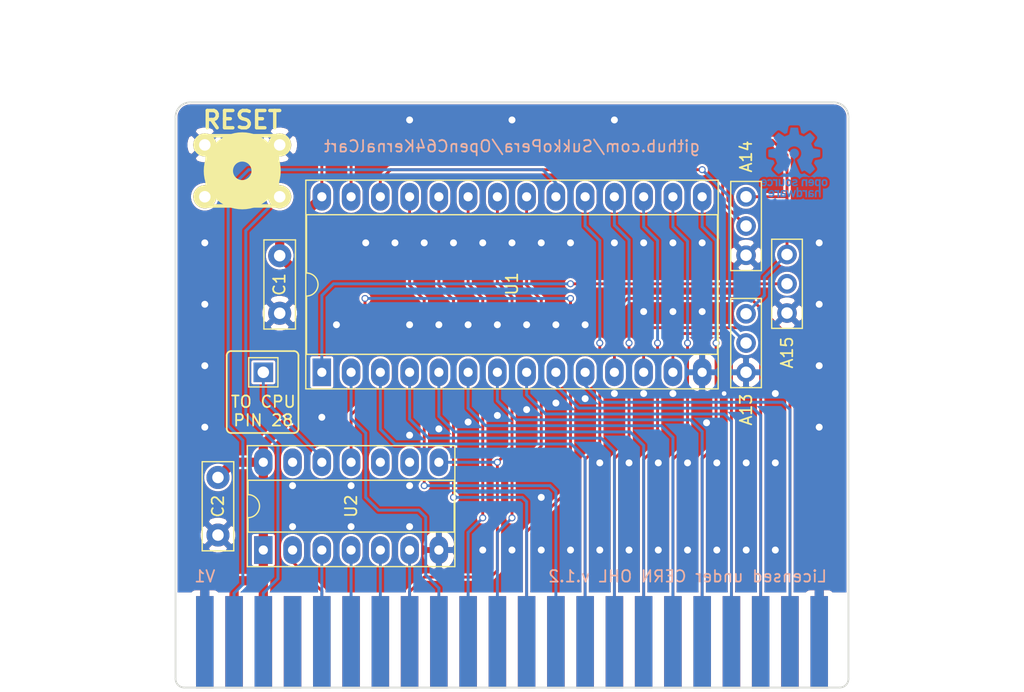
<source format=kicad_pcb>
(kicad_pcb (version 20171130) (host pcbnew 5.1.2)
  (title_block (title OpenC64KernalCart) (date 2019-06-26) (rev 1) (company SukkoPera) (comment 1 "Licensed under CERN OHL v.1.2"))
  (layers (0 F.Cu signal) (31 B.Cu signal) (36 B.SilkS user) (37 F.SilkS user) (38 B.Mask user) (39 F.Mask user) (44 Edge.Cuts user))
  (net 0 "")
  (net 1 GND)
  (net 2 /rw)
  (net 3 /game)
  (net 4 /d7)
  (net 5 /ba)
  (net 6 VCC)
  (net 7 /d6)
  (net 8 /d5)
  (net 9 /d4)
  (net 10 /d3)
  (net 11 /d2)
  (net 12 /d1)
  (net 13 /d0)
  (net 14 /a15)
  (net 15 /a14)
  (net 16 /a13)
  (net 17 /a12)
  (net 18 /a11)
  (net 19 /a10)
  (net 20 /romh)
  (net 21 /reset)
  (net 22 /phi2)
  (net 23 /a4)
  (net 24 /a3)
  (net 25 /a2)
  (net 26 /a1)
  (net 27 /a0)
  (net 28 /a7)
  (net 29 /a6)
  (net 30 /a5)
  (net 31 /a8)
  (net 32 /a9)
  (net 33 /wire)
  (net 34 /a13x)
  (net 35 /a14x)
  (net 36 /a15x)
  (module OpenC64KernalCart:Switch (layer F.Cu) (at 109.22 97.0915)
    (fp_text reference SW13 hide)
    (fp_text value KERNEL_BANK_A13)
    (pad 2 thru_hole circle (at 0 0) (size 1.7 1.7) (drill 1) (layers *.Cu *.Mask) (net 6 VCC))
    (pad 1 thru_hole oval (at 0 2.54) (size 1.7 1.7) (drill 1) (layers *.Cu *.Mask) (net 34 /a13x))
    (pad 3 thru_hole oval (at 0 5.08) (size 1.7 1.7) (drill 1) (layers *.Cu *.Mask) (net 1 GND))
  )
  (module OpenC64KernalCart:Switch (layer F.Cu) (at 109.22 86.9315)
    (fp_text reference SW14 hide)
    (fp_text value KERNEL_BANK_A14)
    (pad 2 thru_hole circle (at 0 0) (size 1.7 1.7) (drill 1) (layers *.Cu *.Mask) (net 6 VCC))
    (pad 1 thru_hole oval (at 0 2.54) (size 1.7 1.7) (drill 1) (layers *.Cu *.Mask) (net 35 /a14x))
    (pad 3 thru_hole oval (at 0 5.08 45) (size 1.7 1.7) (drill 1) (layers *.Cu *.Mask) (net 1 GND))
  )
  (module OpenC64KernalCart:bottom (layer B.Cu) (at 88.773 104.7115 180)
    (fp_text reference J98 hide)
    (fp_text value BOTTOM_TRACKS hide)
  )
  (module OpenC64KernalCart:top (layer F.Cu) (at 88.773 104.775)
    (fp_text reference J97 hide)
    (fp_text value TOP_TRACKS hide)
  )
  (module OpenC64KernalCart:C64-Cart (layer F.Cu) (at 59.69 129.54)
    (fp_text reference J1 hide)
    (fp_text value C64-Exp-Port hide)
    (pad 1 smd rect (at 2.54 -3.938274 180) (size 1.524 8) (layers F.Cu F.Paste F.Mask) (net 1 GND))
    (pad 4 smd rect (at 10.16 -3.938274 180) (size 1.524 8) (layers F.Cu F.Paste F.Mask))
    (pad 5 smd rect (at 12.7 -3.938274 180) (size 1.524 8) (layers F.Cu F.Paste F.Mask) (net 2 /rw))
    (pad 6 smd rect (at 15.24 -3.938274 180) (size 1.524 8) (layers F.Cu F.Paste F.Mask))
    (pad 7 smd rect (at 17.78 -3.938274 180) (size 1.524 8) (layers F.Cu F.Paste F.Mask))
    (pad 8 smd rect (at 20.32 -3.938274 180) (size 1.524 8) (layers F.Cu F.Paste F.Mask) (net 3 /game))
    (pad 9 smd rect (at 22.86 -3.938274 180) (size 1.524 8) (layers F.Cu F.Paste F.Mask))
    (pad 10 smd rect (at 25.4 -3.938274 180) (size 1.524 8) (layers F.Cu F.Paste F.Mask))
    (pad 11 smd rect (at 27.94 -3.938274 180) (size 1.524 8) (layers F.Cu F.Paste F.Mask))
    (pad 13 smd rect (at 33.02 -3.938274 180) (size 1.524 8) (layers F.Cu F.Paste F.Mask))
    (pad 14 smd rect (at 35.56 -3.938274 180) (size 1.524 8) (layers F.Cu F.Paste F.Mask) (net 4 /d7))
    (pad 12 smd rect (at 30.48 -3.938274 180) (size 1.524 8) (layers F.Cu F.Paste F.Mask) (net 5 /ba))
    (pad 2 smd rect (at 5.08 -3.938274 180) (size 1.524 8) (layers F.Cu F.Paste F.Mask) (net 6 VCC))
    (pad 3 smd rect (at 7.62 -3.938274 180) (size 1.524 8) (layers F.Cu F.Paste F.Mask) (net 6 VCC))
    (pad 15 smd rect (at 38.1 -3.938274 180) (size 1.524 8) (layers F.Cu F.Paste F.Mask) (net 7 /d6))
    (pad 16 smd rect (at 40.64 -3.938274 180) (size 1.524 8) (layers F.Cu F.Paste F.Mask) (net 8 /d5))
    (pad 17 smd rect (at 43.18 -3.938274 180) (size 1.524 8) (layers F.Cu F.Paste F.Mask) (net 9 /d4))
    (pad 18 smd rect (at 45.72 -3.938274 180) (size 1.524 8) (layers F.Cu F.Paste F.Mask) (net 10 /d3))
    (pad 19 smd rect (at 48.26 -3.938274 180) (size 1.524 8) (layers F.Cu F.Paste F.Mask) (net 11 /d2))
    (pad 20 smd rect (at 50.8 -3.938274 180) (size 1.524 8) (layers F.Cu F.Paste F.Mask) (net 12 /d1))
    (pad 21 smd rect (at 53.34 -3.938274 180) (size 1.524 8) (layers F.Cu F.Paste F.Mask) (net 13 /d0))
    (pad 22 smd rect (at 55.88 -3.938274 180) (size 1.524 8) (layers F.Cu F.Paste F.Mask) (net 1 GND))
    (pad F smd rect (at 15.24 -3.938274) (size 1.524 8) (layers B.Cu B.Paste B.Mask) (net 14 /a15))
    (pad H smd rect (at 17.78 -3.938274) (size 1.524 8) (layers B.Cu B.Paste B.Mask) (net 15 /a14))
    (pad J smd rect (at 20.32 -3.938274) (size 1.524 8) (layers B.Cu B.Paste B.Mask) (net 16 /a13))
    (pad K smd rect (at 22.86 -3.938274) (size 1.524 8) (layers B.Cu B.Paste B.Mask) (net 17 /a12))
    (pad L smd rect (at 25.4 -3.938274) (size 1.524 8) (layers B.Cu B.Paste B.Mask) (net 18 /a11))
    (pad M smd rect (at 27.94 -3.938274) (size 1.524 8) (layers B.Cu B.Paste B.Mask) (net 19 /a10))
    (pad B smd rect (at 5.08 -3.938274) (size 1.524 8) (layers B.Cu B.Paste B.Mask) (net 20 /romh))
    (pad C smd rect (at 7.62 -3.938274) (size 1.524 8) (layers B.Cu B.Paste B.Mask) (net 21 /reset))
    (pad D smd rect (at 10.16 -3.938274) (size 1.524 8) (layers B.Cu B.Paste B.Mask))
    (pad E smd rect (at 12.7 -3.938274) (size 1.524 8) (layers B.Cu B.Paste B.Mask) (net 22 /phi2))
    (pad A smd rect (at 2.54 -3.938274) (size 1.524 8) (layers B.Cu B.Paste B.Mask) (net 1 GND))
    (pad U smd rect (at 43.18 -3.938274) (size 1.524 8) (layers B.Cu B.Paste B.Mask) (net 23 /a4))
    (pad V smd rect (at 45.72 -3.938274) (size 1.524 8) (layers B.Cu B.Paste B.Mask) (net 24 /a3))
    (pad W smd rect (at 48.26 -3.938274) (size 1.524 8) (layers B.Cu B.Paste B.Mask) (net 25 /a2))
    (pad X smd rect (at 50.8 -3.938274) (size 1.524 8) (layers B.Cu B.Paste B.Mask) (net 26 /a1))
    (pad Y smd rect (at 53.34 -3.938274) (size 1.524 8) (layers B.Cu B.Paste B.Mask) (net 27 /a0))
    (pad Z smd rect (at 55.88 -3.938274) (size 1.524 8) (layers B.Cu B.Paste B.Mask) (net 1 GND))
    (pad R smd rect (at 35.56 -3.938274) (size 1.524 8) (layers B.Cu B.Paste B.Mask) (net 28 /a7))
    (pad S smd rect (at 38.1 -3.938274) (size 1.524 8) (layers B.Cu B.Paste B.Mask) (net 29 /a6))
    (pad T smd rect (at 40.64 -3.938274) (size 1.524 8) (layers B.Cu B.Paste B.Mask) (net 30 /a5))
    (pad P smd rect (at 33.02 -3.938274) (size 1.524 8) (layers B.Cu B.Paste B.Mask) (net 31 /a8))
    (pad N smd rect (at 30.48 -3.938274) (size 1.524 8) (layers B.Cu B.Paste B.Mask) (net 32 /a9))
  )
  (module Package_DIP:DIP-14_W7.62mm_Socket_LongPads (layer F.Cu) (at 67.31 117.602 90)
    (fp_text reference U2 (at 3.81 7.62 90) (layer F.SilkS))
    (fp_text value 74LS30)
    (pad 1 thru_hole rect (at 0 0 90) (size 2.4 1.6) (drill 0.8) (layers *.Cu *.Mask) (net 6 VCC))
    (pad 8 thru_hole oval (at 7.62 15.24 90) (size 2.4 1.6) (drill 0.8) (layers *.Cu *.Mask) (net 3 /game))
    (pad 2 thru_hole oval (at 0 2.54 90) (size 2.4 1.6) (drill 0.8) (layers *.Cu *.Mask) (net 2 /rw))
    (pad 9 thru_hole oval (at 7.62 12.7 90) (size 2.4 1.6) (drill 0.8) (layers *.Cu *.Mask))
    (pad 3 thru_hole oval (at 0 5.08 90) (size 2.4 1.6) (drill 0.8) (layers *.Cu *.Mask) (net 22 /phi2))
    (pad 10 thru_hole oval (at 7.62 10.16 90) (size 2.4 1.6) (drill 0.8) (layers *.Cu *.Mask))
    (pad 4 thru_hole oval (at 0 7.62 90) (size 2.4 1.6) (drill 0.8) (layers *.Cu *.Mask) (net 14 /a15))
    (pad 11 thru_hole oval (at 7.62 7.62 90) (size 2.4 1.6) (drill 0.8) (layers *.Cu *.Mask) (net 5 /ba))
    (pad 5 thru_hole oval (at 0 10.16 90) (size 2.4 1.6) (drill 0.8) (layers *.Cu *.Mask) (net 15 /a14))
    (pad 12 thru_hole oval (at 7.62 5.08 90) (size 2.4 1.6) (drill 0.8) (layers *.Cu *.Mask) (net 33 /wire))
    (pad 6 thru_hole oval (at 0 12.7 90) (size 2.4 1.6) (drill 0.8) (layers *.Cu *.Mask) (net 16 /a13))
    (pad 13 thru_hole oval (at 7.62 2.54 90) (size 2.4 1.6) (drill 0.8) (layers *.Cu *.Mask))
    (pad 7 thru_hole oval (at 0 15.24 90) (size 2.4 1.6) (drill 0.8) (layers *.Cu *.Mask) (net 1 GND))
    (pad 14 thru_hole oval (at 7.62 0 90) (size 2.4 1.6) (drill 0.8) (layers *.Cu *.Mask) (net 6 VCC))
  )
  (module OpenC64KernalCart:Switch (layer F.Cu) (at 112.776 91.948)
    (fp_text reference SW15 hide)
    (fp_text value KERNEL_BANK_A15)
    (pad 2 thru_hole circle (at 0 0) (size 1.7 1.7) (drill 1) (layers *.Cu *.Mask) (net 6 VCC))
    (pad 1 thru_hole oval (at 0 2.54) (size 1.7 1.7) (drill 1) (layers *.Cu *.Mask) (net 36 /a15x))
    (pad 3 thru_hole oval (at 0 5.08 45) (size 1.7 1.7) (drill 1) (layers *.Cu *.Mask) (net 1 GND))
  )
  (module Symbol:OSHW-Logo_5.7x6mm_Copper (layer B.Cu) (at 113.411 83.947 180)
    (fp_text reference J99 hide)
    (fp_text value OSHW_LOGO hide)
    (fp_poly (pts (xy -1.908759 -1.469184) (xy -1.882247 -1.482282) (xy -1.849553 -1.505106) (xy -1.825725 -1.529996) (xy -1.809406 -1.561249) (xy -1.79924 -1.603166) (xy -1.793872 -1.660044) (xy -1.791944 -1.736184) (xy -1.791831 -1.768917) (xy -1.792161 -1.840656) (xy -1.793527 -1.891927) (xy -1.7965 -1.927404) (xy -1.801649 -1.951763) (xy -1.809543 -1.96968) (xy -1.817757 -1.981902) (xy -1.870187 -2.033905) (xy -1.93193 -2.065184) (xy -1.998536 -2.074592) (xy -2.065558 -2.06098) (xy -2.086792 -2.051354) (xy -2.137624 -2.024859) (xy -2.137624 -2.440052) (xy -2.100525 -2.420868) (xy -2.051643 -2.406025) (xy -1.991561 -2.402222) (xy -1.931564 -2.409243) (xy -1.886256 -2.425013) (xy -1.848675 -2.455047) (xy -1.816564 -2.498024) (xy -1.81415 -2.502436) (xy -1.803967 -2.523221) (xy -1.79653 -2.54417) (xy -1.791411 -2.569548) (xy -1.788181 -2.603618) (xy -1.786413 -2.650641) (xy -1.785677 -2.714882) (xy -1.785544 -2.787176) (xy -1.785544 -3.017822) (xy -1.923861 -3.017822) (xy -1.923861 -2.592533) (xy -1.962549 -2.559979) (xy -2.002738 -2.53394) (xy -2.040797 -2.529205) (xy -2.079066 -2.541389) (xy -2.099462 -2.55332) (xy -2.114642 -2.570313) (xy -2.125438 -2.595995) (xy -2.132683 -2.633991) (xy -2.137208 -2.687926) (xy -2.139844 -2.761425) (xy -2.140772 -2.810347) (xy -2.143911 -3.011535) (xy -2.209926 -3.015336) (xy -2.27594 -3.019136) (xy -2.27594 -1.77065) (xy -2.137624 -1.77065) (xy -2.134097 -1.840254) (xy -2.122215 -1.888569) (xy -2.10002 -1.918631) (xy -2.065559 -1.933471) (xy -2.030742 -1.936436) (xy -1.991329 -1.933028) (xy -1.965171 -1.919617) (xy -1.948814 -1.901896) (xy -1.935937 -1.882835) (xy -1.928272 -1.861601) (xy -1.924861 -1.831849) (xy -1.924749 -1.787236) (xy -1.925897 -1.74988) (xy -1.928532 -1.693604) (xy -1.932456 -1.656658) (xy -1.939063 -1.633223) (xy -1.949749 -1.61748) (xy -1.959833 -1.60838) (xy -2.00197 -1.588537) (xy -2.05184 -1.585332) (xy -2.080476 -1.592168) (xy -2.108828 -1.616464) (xy -2.127609 -1.663728) (xy -2.136712 -1.733624) (xy -2.137624 -1.77065) (xy -2.27594 -1.77065) (xy -2.27594 -1.458614) (xy -2.206782 -1.458614) (xy -2.16526 -1.460256) (xy -2.143838 -1.466087) (xy -2.137626 -1.477461) (xy -2.137624 -1.477798) (xy -2.134742 -1.488938) (xy -2.12203 -1.487673) (xy -2.096757 -1.475433) (xy -2.037869 -1.456707) (xy -1.971615 -1.454739) (xy -1.908759 -1.469184)) (layer B.Cu) (width 0.01))
    (fp_poly (pts (xy -1.38421 -2.406555) (xy -1.325055 -2.422339) (xy -1.280023 -2.450948) (xy -1.248246 -2.488419) (xy -1.238366 -2.504411) (xy -1.231073 -2.521163) (xy -1.225974 -2.542592) (xy -1.222679 -2.572616) (xy -1.220797 -2.615154) (xy -1.219937 -2.674122) (xy -1.219707 -2.75344) (xy -1.219703 -2.774484) (xy -1.219703 -3.017822) (xy -1.280059 -3.017822) (xy -1.318557 -3.015126) (xy -1.347023 -3.008295) (xy -1.354155 -3.004083) (xy -1.373652 -2.996813) (xy -1.393566 -3.004083) (xy -1.426353 -3.01316) (xy -1.473978 -3.016813) (xy -1.526764 -3.015228) (xy -1.575036 -3.008589) (xy -1.603218 -3.000072) (xy -1.657753 -2.965063) (xy -1.691835 -2.916479) (xy -1.707157 -2.851882) (xy -1.707299 -2.850223) (xy -1.705955 -2.821566) (xy -1.584356 -2.821566) (xy -1.573726 -2.854161) (xy -1.55641 -2.872505) (xy -1.521652 -2.886379) (xy -1.475773 -2.891917) (xy -1.428988 -2.889191) (xy -1.391514 -2.878274) (xy -1.381015 -2.871269) (xy -1.362668 -2.838904) (xy -1.35802 -2.802111) (xy -1.35802 -2.753763) (xy -1.427582 -2.753763) (xy -1.493667 -2.75885) (xy -1.543764 -2.773263) (xy -1.574929 -2.795729) (xy -1.584356 -2.821566) (xy -1.705955 -2.821566) (xy -1.703987 -2.779647) (xy -1.68071 -2.723845) (xy -1.636948 -2.681647) (xy -1.630899 -2.677808) (xy -1.604907 -2.665309) (xy -1.572735 -2.65774) (xy -1.52776 -2.654061) (xy -1.474331 -2.653216) (xy -1.35802 -2.653169) (xy -1.35802 -2.604411) (xy -1.362953 -2.566581) (xy -1.375543 -2.541236) (xy -1.377017 -2.539887) (xy -1.405034 -2.5288) (xy -1.447326 -2.524503) (xy -1.494064 -2.526615) (xy -1.535418 -2.534756) (xy -1.559957 -2.546965) (xy -1.573253 -2.556746) (xy -1.587294 -2.558613) (xy -1.606671 -2.5506) (xy -1.635976 -2.530739) (xy -1.679803 -2.497063) (xy -1.683825 -2.493909) (xy -1.681764 -2.482236) (xy -1.664568 -2.462822) (xy -1.638433 -2.441248) (xy -1.609552 -2.423096) (xy -1.600478 -2.418809) (xy -1.56738 -2.410256) (xy -1.51888 -2.404155) (xy -1.464695 -2.401708) (xy -1.462161 -2.401703) (xy -1.38421 -2.406555)) (layer B.Cu) (width 0.01))
    (fp_poly (pts (xy -0.993356 -2.40302) (xy -0.974539 -2.40866) (xy -0.968473 -2.421053) (xy -0.968218 -2.426647) (xy -0.967129 -2.44223) (xy -0.959632 -2.444676) (xy -0.939381 -2.433993) (xy -0.927351 -2.426694) (xy -0.8894 -2.411063) (xy -0.844072 -2.403334) (xy -0.796544 -2.40274) (xy -0.751995 -2.408513) (xy -0.715602 -2.419884) (xy -0.692543 -2.436088) (xy -0.687996 -2.456355) (xy -0.690291 -2.461843) (xy -0.70702 -2.484626) (xy -0.732963 -2.512647) (xy -0.737655 -2.517177) (xy -0.762383 -2.538005) (xy -0.783718 -2.544735) (xy -0.813555 -2.540038) (xy -0.825508 -2.536917) (xy -0.862705 -2.529421) (xy -0.888859 -2.532792) (xy -0.910946 -2.544681) (xy -0.931178 -2.560635) (xy -0.946079 -2.5807) (xy -0.956434 -2.608702) (xy -0.963029 -2.648467) (xy -0.966649 -2.703823) (xy -0.968078 -2.778594) (xy -0.968218 -2.82374) (xy -0.968218 -3.017822) (xy -1.09396 -3.017822) (xy -1.09396 -2.401683) (xy -1.031089 -2.401683) (xy -0.993356 -2.40302)) (layer B.Cu) (width 0.01))
    (fp_poly (pts (xy -0.201188 -3.017822) (xy -0.270346 -3.017822) (xy -0.310488 -3.016645) (xy -0.331394 -3.011772) (xy -0.338922 -3.001186) (xy -0.339505 -2.994029) (xy -0.340774 -2.979676) (xy -0.348779 -2.976923) (xy -0.369815 -2.985771) (xy -0.386173 -2.994029) (xy -0.448977 -3.013597) (xy -0.517248 -3.014729) (xy -0.572752 -3.000135) (xy -0.624438 -2.964877) (xy -0.663838 -2.912835) (xy -0.685413 -2.85145) (xy -0.685962 -2.848018) (xy -0.689167 -2.810571) (xy -0.690761 -2.756813) (xy -0.690633 -2.716155) (xy -0.553279 -2.716155) (xy -0.550097 -2.770194) (xy -0.542859 -2.814735) (xy -0.53306 -2.839888) (xy -0.495989 -2.87426) (xy -0.451974 -2.886582) (xy -0.406584 -2.876618) (xy -0.367797 -2.846895) (xy -0.353108 -2.826905) (xy -0.344519 -2.80305) (xy -0.340496 -2.76823) (xy -0.339505 -2.71593) (xy -0.341278 -2.664139) (xy -0.345963 -2.618634) (xy -0.352603 -2.588181) (xy -0.35371 -2.585452) (xy -0.380491 -2.553) (xy -0.419579 -2.535183) (xy -0.463315 -2.532306) (xy -0.504038 -2.544674) (xy -0.534087 -2.572593) (xy -0.537204 -2.578148) (xy -0.546961 -2.612022) (xy -0.552277 -2.660728) (xy -0.553279 -2.716155) (xy -0.690633 -2.716155) (xy -0.690568 -2.69554) (xy -0.689664 -2.662563) (xy -0.683514 -2.580981) (xy -0.670733 -2.51973) (xy -0.649471 -2.474449) (xy -0.617878 -2.440779) (xy -0.587207 -2.421014) (xy -0.544354 -2.40712) (xy -0.491056 -2.402354) (xy -0.43648 -2.406236) (xy -0.389792 -2.418282) (xy -0.365124 -2.432693) (xy -0.339505 -2.455878) (xy -0.339505 -2.162773) (xy -0.201188 -2.162773) (xy -0.201188 -3.017822)) (layer B.Cu) (width 0.01))
    (fp_poly (pts (xy 0.281524 -2.404237) (xy 0.331255 -2.407971) (xy 0.461291 -2.797773) (xy 0.481678 -2.728614) (xy 0.493946 -2.685874) (xy 0.510085 -2.628115) (xy 0.527512 -2.564625) (xy 0.536726 -2.53057) (xy 0.571388 -2.401683) (xy 0.714391 -2.401683) (xy 0.671646 -2.536857) (xy 0.650596 -2.603342) (xy 0.625167 -2.683539) (xy 0.59861 -2.767193) (xy 0.574902 -2.841782) (xy 0.520902 -3.011535) (xy 0.462598 -3.015328) (xy 0.404295 -3.019122) (xy 0.372679 -2.914734) (xy 0.353182 -2.849889) (xy 0.331904 -2.7784) (xy 0.313308 -2.715263) (xy 0.312574 -2.71275) (xy 0.298684 -2.669969) (xy 0.286429 -2.640779) (xy 0.277846 -2.629741) (xy 0.276082 -2.631018) (xy 0.269891 -2.64813) (xy 0.258128 -2.684787) (xy 0.242225 -2.736378) (xy 0.223614 -2.798294) (xy 0.213543 -2.832352) (xy 0.159007 -3.017822) (xy 0.043264 -3.017822) (xy -0.049263 -2.725471) (xy -0.075256 -2.643462) (xy -0.098934 -2.568987) (xy -0.11918 -2.505544) (xy -0.134874 -2.456632) (xy -0.144898 -2.425749) (xy -0.147945 -2.416726) (xy -0.145533 -2.407487) (xy -0.126592 -2.403441) (xy -0.087177 -2.403846) (xy -0.081007 -2.404152) (xy -0.007914 -2.407971) (xy 0.039957 -2.58401) (xy 0.057553 -2.648211) (xy 0.073277 -2.704649) (xy 0.085746 -2.748422) (xy 0.093574 -2.77463) (xy 0.09502 -2.778903) (xy 0.101014 -2.77399) (xy 0.113101 -2.748532) (xy 0.129893 -2.705997) (xy 0.150003 -2.64985) (xy 0.167003 -2.59913) (xy 0.231794 -2.400504) (xy 0.281524 -2.404237)) (layer B.Cu) (width 0.01))
    (fp_poly (pts (xy 1.038411 -2.405417) (xy 1.091411 -2.41829) (xy 1.106731 -2.42511) (xy 1.136428 -2.442974) (xy 1.15922 -2.463093) (xy 1.176083 -2.488962) (xy 1.187998 -2.524073) (xy 1.195942 -2.57192) (xy 1.200894 -2.635996) (xy 1.203831 -2.719794) (xy 1.204947 -2.775768) (xy 1.209052 -3.017822) (xy 1.138932 -3.017822) (xy 1.096393 -3.016038) (xy 1.074476 -3.009942) (xy 1.068812 -2.999706) (xy 1.065821 -2.988637) (xy 1.052451 -2.990754) (xy 1.034233 -2.999629) (xy 0.988624 -3.013233) (xy 0.930007 -3.016899) (xy 0.868354 -3.010903) (xy 0.813638 -2.995521) (xy 0.80873 -2.993386) (xy 0.758723 -2.958255) (xy 0.725756 -2.909419) (xy 0.710587 -2.852333) (xy 0.711746 -2.831824) (xy 0.835508 -2.831824) (xy 0.846413 -2.859425) (xy 0.878745 -2.879204) (xy 0.93091 -2.889819) (xy 0.958787 -2.891228) (xy 1.005247 -2.88762) (xy 1.036129 -2.873597) (xy 1.043664 -2.866931) (xy 1.064076 -2.830666) (xy 1.068812 -2.797773) (xy 1.068812 -2.753763) (xy 1.007513 -2.753763) (xy 0.936256 -2.757395) (xy 0.886276 -2.768818) (xy 0.854696 -2.788824) (xy 0.847626 -2.797743) (xy 0.835508 -2.831824) (xy 0.711746 -2.831824) (xy 0.713971 -2.792456) (xy 0.736663 -2.735244) (xy 0.767624 -2.69658) (xy 0.786376 -2.679864) (xy 0.804733 -2.668878) (xy 0.828619 -2.66218) (xy 0.863957 -2.658326) (xy 0.916669 -2.655873) (xy 0.937577 -2.655168) (xy 1.068812 -2.650879) (xy 1.06862 -2.611158) (xy 1.063537 -2.569405) (xy 1.045162 -2.544158) (xy 1.008039 -2.52803) (xy 1.007043 -2.527742) (xy 0.95441 -2.5214) (xy 0.902906 -2.529684) (xy 0.86463 -2.549827) (xy 0.849272 -2.559773) (xy 0.83273 -2.558397) (xy 0.807275 -2.543987) (xy 0.792328 -2.533817) (xy 0.763091 -2.512088) (xy 0.74498 -2.4958) (xy 0.742074 -2.491137) (xy 0.75404 -2.467005) (xy 0.789396 -2.438185) (xy 0.804753 -2.428461) (xy 0.848901 -2.411714) (xy 0.908398 -2.402227) (xy 0.974487 -2.400095) (xy 1.038411 -2.405417)) (layer B.Cu) (width 0.01))
    (fp_poly (pts (xy 1.635255 -2.401486) (xy 1.683595 -2.411015) (xy 1.711114 -2.425125) (xy 1.740064 -2.448568) (xy 1.698876 -2.500571) (xy 1.673482 -2.532064) (xy 1.656238 -2.547428) (xy 1.639102 -2.549776) (xy 1.614027 -2.542217) (xy 1.602257 -2.537941) (xy 1.55427 -2.531631) (xy 1.510324 -2.545156) (xy 1.47806 -2.57571) (xy 1.472819 -2.585452) (xy 1.467112 -2.611258) (xy 1.462706 -2.658817) (xy 1.459811 -2.724758) (xy 1.458631 -2.80571) (xy 1.458614 -2.817226) (xy 1.458614 -3.017822) (xy 1.320297 -3.017822) (xy 1.320297 -2.401683) (xy 1.389456 -2.401683) (xy 1.429333 -2.402725) (xy 1.450107 -2.407358) (xy 1.457789 -2.417849) (xy 1.458614 -2.427745) (xy 1.458614 -2.453806) (xy 1.491745 -2.427745) (xy 1.529735 -2.409965) (xy 1.58077 -2.401174) (xy 1.635255 -2.401486)) (layer B.Cu) (width 0.01))
    (fp_poly (pts (xy 2.032581 -2.40497) (xy 2.092685 -2.420597) (xy 2.143021 -2.452848) (xy 2.167393 -2.47694) (xy 2.207345 -2.533895) (xy 2.230242 -2.599965) (xy 2.238108 -2.681182) (xy 2.238148 -2.687748) (xy 2.238218 -2.753763) (xy 1.858264 -2.753763) (xy 1.866363 -2.788342) (xy 1.880987 -2.819659) (xy 1.906581 -2.852291) (xy 1.911935 -2.8575) (xy 1.957943 -2.885694) (xy 2.01041 -2.890475) (xy 2.070803 -2.871926) (xy 2.08104 -2.866931) (xy 2.112439 -2.851745) (xy 2.13347 -2.843094) (xy 2.137139 -2.842293) (xy 2.149948 -2.850063) (xy 2.174378 -2.869072) (xy 2.186779 -2.87946) (xy 2.212476 -2.903321) (xy 2.220915 -2.919077) (xy 2.215058 -2.933571) (xy 2.211928 -2.937534) (xy 2.190725 -2.954879) (xy 2.155738 -2.975959) (xy 2.131337 -2.988265) (xy 2.062072 -3.009946) (xy 1.985388 -3.016971) (xy 1.912765 -3.008647) (xy 1.892426 -3.002686) (xy 1.829476 -2.968952) (xy 1.782815 -2.917045) (xy 1.752173 -2.846459) (xy 1.737282 -2.756692) (xy 1.735647 -2.709753) (xy 1.740421 -2.641413) (xy 1.86099 -2.641413) (xy 1.872652 -2.646465) (xy 1.903998 -2.650429) (xy 1.949571 -2.652768) (xy 1.980446 -2.653169) (xy 2.035981 -2.652783) (xy 2.071033 -2.650975) (xy 2.090262 -2.646773) (xy 2.09833 -2.639203) (xy 2.099901 -2.628218) (xy 2.089121 -2.594381) (xy 2.06198 -2.56094) (xy 2.026277 -2.535272) (xy 1.99056 -2.524772) (xy 1.942048 -2.534086) (xy 1.900053 -2.561013) (xy 1.870936 -2.599827) (xy 1.86099 -2.641413) (xy 1.740421 -2.641413) (xy 1.742599 -2.610236) (xy 1.764055 -2.530949) (xy 1.80047 -2.471263) (xy 1.852297 -2.430549) (xy 1.91999 -2.408179) (xy 1.956662 -2.403871) (xy 2.032581 -2.40497)) (layer B.Cu) (width 0.01))
    (fp_poly (pts (xy -2.538261 -1.465148) (xy -2.472479 -1.494231) (xy -2.42254 -1.542793) (xy -2.388374 -1.610908) (xy -2.369907 -1.698651) (xy -2.368583 -1.712351) (xy -2.367546 -1.808939) (xy -2.380993 -1.893602) (xy -2.408108 -1.962221) (xy -2.422627 -1.984294) (xy -2.473201 -2.031011) (xy -2.537609 -2.061268) (xy -2.609666 -2.073824) (xy -2.683185 -2.067439) (xy -2.739072 -2.047772) (xy -2.787132 -2.014629) (xy -2.826412 -1.971175) (xy -2.827092 -1.970158) (xy -2.843044 -1.943338) (xy -2.85341 -1.916368) (xy -2.859688 -1.882332) (xy -2.863373 -1.83431) (xy -2.864997 -1.794931) (xy -2.865672 -1.759219) (xy -2.739955 -1.759219) (xy -2.738726 -1.79477) (xy -2.734266 -1.842094) (xy -2.726397 -1.872465) (xy -2.712207 -1.894072) (xy -2.698917 -1.906694) (xy -2.651802 -1.933122) (xy -2.602505 -1.936653) (xy -2.556593 -1.917639) (xy -2.533638 -1.896331) (xy -2.517096 -1.874859) (xy -2.507421 -1.854313) (xy -2.503174 -1.827574) (xy -2.50292 -1.787523) (xy -2.504228 -1.750638) (xy -2.507043 -1.697947) (xy -2.511505 -1.663772) (xy -2.519548 -1.64148) (xy -2.533103 -1.624442) (xy -2.543845 -1.614703) (xy -2.588777 -1.589123) (xy -2.637249 -1.587847) (xy -2.677894 -1.602999) (xy -2.712567 -1.634642) (xy -2.733224 -1.68662) (xy -2.739955 -1.759219) (xy -2.865672 -1.759219) (xy -2.866479 -1.716621) (xy -2.863948 -1.658056) (xy -2.856362 -1.614007) (xy -2.842681 -1.579248) (xy -2.821865 -1.548551) (xy -2.814147 -1.539436) (xy -2.765889 -1.494021) (xy -2.714128 -1.467493) (xy -2.650828 -1.456379) (xy -2.619961 -1.455471) (xy -2.538261 -1.465148)) (layer B.Cu) (width 0.01))
    (fp_poly (pts (xy -1.356699 -1.472614) (xy -1.344168 -1.478514) (xy -1.300799 -1.510283) (xy -1.25979 -1.556646) (xy -1.229168 -1.607696) (xy -1.220459 -1.631166) (xy -1.212512 -1.673091) (xy -1.207774 -1.723757) (xy -1.207199 -1.744679) (xy -1.207129 -1.810693) (xy -1.587083 -1.810693) (xy -1.578983 -1.845273) (xy -1.559104 -1.88617) (xy -1.524347 -1.921514) (xy -1.482998 -1.944282) (xy -1.456649 -1.94901) (xy -1.420916 -1.943273) (xy -1.378282 -1.928882) (xy -1.363799 -1.922262) (xy -1.31024 -1.895513) (xy -1.264533 -1.930376) (xy -1.238158 -1.953955) (xy -1.224124 -1.973417) (xy -1.223414 -1.979129) (xy -1.235951 -1.992973) (xy -1.263428 -2.014012) (xy -1.288366 -2.030425) (xy -1.355664 -2.05993) (xy -1.43111 -2.073284) (xy -1.505888 -2.069812) (xy -1.565495 -2.051663) (xy -1.626941 -2.012784) (xy -1.670608 -1.961595) (xy -1.697926 -1.895367) (xy -1.710322 -1.811371) (xy -1.711421 -1.772936) (xy -1.707022 -1.684861) (xy -1.706482 -1.682299) (xy -1.580582 -1.682299) (xy -1.577115 -1.690558) (xy -1.562863 -1.695113) (xy -1.53347 -1.697065) (xy -1.484575 -1.697517) (xy -1.465748 -1.697525) (xy -1.408467 -1.696843) (xy -1.372141 -1.694364) (xy -1.352604 -1.689443) (xy -1.34569 -1.681434) (xy -1.345445 -1.678862) (xy -1.353336 -1.658423) (xy -1.373085 -1.629789) (xy -1.381575 -1.619763) (xy -1.413094 -1.591408) (xy -1.445949 -1.580259) (xy -1.463651 -1.579327) (xy -1.511539 -1.590981) (xy -1.551699 -1.622285) (xy -1.577173 -1.667752) (xy -1.577625 -1.669233) (xy -1.580582 -1.682299) (xy -1.706482 -1.682299) (xy -1.692392 -1.61551) (xy -1.666038 -1.560025) (xy -1.633807 -1.520639) (xy -1.574217 -1.477931) (xy -1.504168 -1.455109) (xy -1.429661 -1.453046) (xy -1.356699 -1.472614)) (layer B.Cu) (width 0.01))
    (fp_poly (pts (xy 0.014017 -1.456452) (xy 0.061634 -1.465482) (xy 0.111034 -1.48437) (xy 0.116312 -1.486777) (xy 0.153774 -1.506476) (xy 0.179717 -1.524781) (xy 0.188103 -1.536508) (xy 0.180117 -1.555632) (xy 0.16072 -1.58385) (xy 0.15211 -1.594384) (xy 0.116628 -1.635847) (xy 0.070885 -1.608858) (xy 0.02735 -1.590878) (xy -0.02295 -1.581267) (xy -0.071188 -1.58066) (xy -0.108533 -1.589691) (xy -0.117495 -1.595327) (xy -0.134563 -1.621171) (xy -0.136637 -1.650941) (xy -0.123866 -1.674197) (xy -0.116312 -1.678708) (xy -0.093675 -1.684309) (xy -0.053885 -1.690892) (xy -0.004834 -1.697183) (xy 0.004215 -1.69817) (xy 0.082996 -1.711798) (xy 0.140136 -1.734946) (xy 0.17803 -1.769752) (xy 0.199079 -1.818354) (xy 0.205635 -1.877718) (xy 0.196577 -1.945198) (xy 0.167164 -1.998188) (xy 0.117278 -2.036783) (xy 0.0468 -2.061081) (xy -0.031435 -2.070667) (xy -0.095234 -2.070552) (xy -0.146984 -2.061845) (xy -0.182327 -2.049825) (xy -0.226983 -2.02888) (xy -0.268253 -2.004574) (xy -0.282921 -1.993876) (xy -0.320643 -1.963084) (xy -0.275148 -1.917049) (xy -0.229653 -1.871013) (xy -0.177928 -1.905243) (xy -0.126048 -1.930952) (xy -0.070649 -1.944399) (xy -0.017395 -1.945818) (xy 0.028049 -1.935443) (xy 0.060016 -1.913507) (xy 0.070338 -1.894998) (xy 0.068789 -1.865314) (xy 0.04314 -1.842615) (xy -0.00654 -1.82694) (xy -0.060969 -1.819695) (xy -0.144736 -1.805873) (xy -0.206967 -1.779796) (xy -0.248493 -1.740699) (xy -0.270147 -1.68782) (xy -0.273147 -1.625126) (xy -0.258329 -1.559642) (xy -0.224546 -1.510144) (xy -0.171495 -1.476408) (xy -0.098874 -1.458207) (xy -0.045072 -1.454639) (xy 0.014017 -1.456452)) (layer B.Cu) (width 0.01))
    (fp_poly (pts (xy 0.610762 -1.466055) (xy 0.674363 -1.500692) (xy 0.724123 -1.555372) (xy 0.747568 -1.599842) (xy 0.757634 -1.639121) (xy 0.764156 -1.695116) (xy 0.766951 -1.759621) (xy 0.765836 -1.824429) (xy 0.760626 -1.881334) (xy 0.754541 -1.911727) (xy 0.734014 -1.953306) (xy 0.698463 -1.997468) (xy 0.655619 -2.036087) (xy 0.613211 -2.061034) (xy 0.612177 -2.06143) (xy 0.559553 -2.072331) (xy 0.497188 -2.072601) (xy 0.437924 -2.062676) (xy 0.41504 -2.054722) (xy 0.356102 -2.0213) (xy 0.31389 -1.977511) (xy 0.286156 -1.919538) (xy 0.270651 -1.843565) (xy 0.267143 -1.803771) (xy 0.26759 -1.753766) (xy 0.402376 -1.753766) (xy 0.406917 -1.826732) (xy 0.419986 -1.882334) (xy 0.440756 -1.917861) (xy 0.455552 -1.92802) (xy 0.493464 -1.935104) (xy 0.538527 -1.933007) (xy 0.577487 -1.922812) (xy 0.587704 -1.917204) (xy 0.614659 -1.884538) (xy 0.632451 -1.834545) (xy 0.640024 -1.773705) (xy 0.636325 -1.708497) (xy 0.628057 -1.669253) (xy 0.60432 -1.623805) (xy 0.566849 -1.595396) (xy 0.52172 -1.585573) (xy 0.475011 -1.595887) (xy 0.439132 -1.621112) (xy 0.420277 -1.641925) (xy 0.409272 -1.662439) (xy 0.404026 -1.690203) (xy 0.402449 -1.732762) (xy 0.402376 -1.753766) (xy 0.26759 -1.753766) (xy 0.268094 -1.69758) (xy 0.285388 -1.610501) (xy 0.319029 -1.54253) (xy 0.369018 -1.493664) (xy 0.435356 -1.463899) (xy 0.449601 -1.460448) (xy 0.53521 -1.452345) (xy 0.610762 -1.466055)) (layer B.Cu) (width 0.01))
    (fp_poly (pts (xy 0.993367 -1.654342) (xy 0.994555 -1.746563) (xy 0.998897 -1.81661) (xy 1.007558 -1.867381) (xy 1.021704 -1.901772) (xy 1.0425 -1.922679) (xy 1.07111 -1.933) (xy 1.106535 -1.935636) (xy 1.143636 -1.932682) (xy 1.171818 -1.921889) (xy 1.192243 -1.90036) (xy 1.206079 -1.865199) (xy 1.214491 -1.81351) (xy 1.218643 -1.742394) (xy 1.219703 -1.654342) (xy 1.219703 -1.458614) (xy 1.35802 -1.458614) (xy 1.35802 -2.062179) (xy 1.288862 -2.062179) (xy 1.24717 -2.060489) (xy 1.225701 -2.054556) (xy 1.219703 -2.043293) (xy 1.216091 -2.033261) (xy 1.201714 -2.035383) (xy 1.172736 -2.04958) (xy 1.106319 -2.07148) (xy 1.035875 -2.069928) (xy 0.968377 -2.046147) (xy 0.936233 -2.027362) (xy 0.911715 -2.007022) (xy 0.893804 -1.981573) (xy 0.881479 -1.947458) (xy 0.873723 -1.901121) (xy 0.869516 -1.839007) (xy 0.86784 -1.757561) (xy 0.867624 -1.694578) (xy 0.867624 -1.458614) (xy 0.993367 -1.458614) (xy 0.993367 -1.654342)) (layer B.Cu) (width 0.01))
    (fp_poly (pts (xy 2.217226 -1.46388) (xy 2.29008 -1.49483) (xy 2.313027 -1.509895) (xy 2.342354 -1.533048) (xy 2.360764 -1.551253) (xy 2.363961 -1.557183) (xy 2.354935 -1.57034) (xy 2.331837 -1.592667) (xy 2.313344 -1.60825) (xy 2.262728 -1.648926) (xy 2.22276 -1.615295) (xy 2.191874 -1.593584) (xy 2.161759 -1.58609) (xy 2.127292 -1.58792) (xy 2.072561 -1.601528) (xy 2.034886 -1.629772) (xy 2.011991 -1.675433) (xy 2.001597 -1.741289) (xy 2.001595 -1.741331) (xy 2.002494 -1.814939) (xy 2.016463 -1.868946) (xy 2.044328 -1.905716) (xy 2.063325 -1.918168) (xy 2.113776 -1.933673) (xy 2.167663 -1.933683) (xy 2.214546 -1.918638) (xy 2.225644 -1.911287) (xy 2.253476 -1.892511) (xy 2.275236 -1.889434) (xy 2.298704 -1.903409) (xy 2.324649 -1.92851) (xy 2.365716 -1.97088) (xy 2.320121 -2.008464) (xy 2.249674 -2.050882) (xy 2.170233 -2.071785) (xy 2.087215 -2.070272) (xy 2.032694 -2.056411) (xy 1.96897 -2.022135) (xy 1.918005 -1.968212) (xy 1.894851 -1.930149) (xy 1.876099 -1.875536) (xy 1.866715 -1.806369) (xy 1.866643 -1.731407) (xy 1.875824 -1.659409) (xy 1.894199 -1.599137) (xy 1.897093 -1.592958) (xy 1.939952 -1.532351) (xy 1.997979 -1.488224) (xy 2.066591 -1.461493) (xy 2.141201 -1.453073) (xy 2.217226 -1.46388)) (layer B.Cu) (width 0.01))
    (fp_poly (pts (xy 2.677898 -1.456457) (xy 2.710096 -1.464279) (xy 2.771825 -1.492921) (xy 2.82461 -1.536667) (xy 2.861141 -1.589117) (xy 2.86616 -1.600893) (xy 2.873045 -1.63174) (xy 2.877864 -1.677371) (xy 2.879505 -1.723492) (xy 2.879505 -1.810693) (xy 2.697178 -1.810693) (xy 2.621979 -1.810978) (xy 2.569003 -1.812704) (xy 2.535325 -1.817181) (xy 2.51802 -1.82572) (xy 2.514163 -1.83963) (xy 2.520829 -1.860222) (xy 2.53277 -1.884315) (xy 2.56608 -1.924525) (xy 2.612368 -1.944558) (xy 2.668944 -1.943905) (xy 2.733031 -1.922101) (xy 2.788417 -1.895193) (xy 2.834375 -1.931532) (xy 2.880333 -1.967872) (xy 2.837096 -2.007819) (xy 2.779374 -2.045563) (xy 2.708386 -2.06832) (xy 2.632029 -2.074688) (xy 2.558199 -2.063268) (xy 2.546287 -2.059393) (xy 2.481399 -2.025506) (xy 2.43313 -1.974986) (xy 2.400465 -1.906325) (xy 2.382385 -1.818014) (xy 2.382175 -1.816121) (xy 2.380556 -1.719878) (xy 2.3871 -1.685542) (xy 2.514852 -1.685542) (xy 2.526584 -1.690822) (xy 2.558438 -1.694867) (xy 2.605397 -1.697176) (xy 2.635154 -1.697525) (xy 2.690648 -1.697306) (xy 2.725346 -1.695916) (xy 2.743601 -1.692251) (xy 2.749766 -1.68521) (xy 2.748195 -1.67369) (xy 2.746878 -1.669233) (xy 2.724382 -1.627355) (xy 2.689003 -1.593604) (xy 2.65778 -1.578773) (xy 2.616301 -1.579668) (xy 2.574269 -1.598164) (xy 2.539012 -1.628786) (xy 2.517854 -1.666062) (xy 2.514852 -1.685542) (xy 2.3871 -1.685542) (xy 2.39669 -1.635229) (xy 2.428698 -1.564191) (xy 2.474701 -1.508779) (xy 2.532821 -1.471009) (xy 2.60118 -1.452896) (xy 2.677898 -1.456457)) (layer B.Cu) (width 0.01))
    (fp_poly (pts (xy -0.754012 -1.469002) (xy -0.722717 -1.48395) (xy -0.692409 -1.505541) (xy -0.669318 -1.530391) (xy -0.6525 -1.562087) (xy -0.641006 -1.604214) (xy -0.633891 -1.660358) (xy -0.630207 -1.734106) (xy -0.629008 -1.829044) (xy -0.628989 -1.838985) (xy -0.628713 -2.062179) (xy -0.76703 -2.062179) (xy -0.76703 -1.856418) (xy -0.767128 -1.780189) (xy -0.767809 -1.724939) (xy -0.769651 -1.686501) (xy -0.773233 -1.660706) (xy -0.779132 -1.643384) (xy -0.787927 -1.630368) (xy -0.80018 -1.617507) (xy -0.843047 -1.589873) (xy -0.889843 -1.584745) (xy -0.934424 -1.602217) (xy -0.949928 -1.615221) (xy -0.96131 -1.627447) (xy -0.969481 -1.64054) (xy -0.974974 -1.658615) (xy -0.97832 -1.685787) (xy -0.980051 -1.72617) (xy -0.980697 -1.783879) (xy -0.980792 -1.854132) (xy -0.980792 -2.062179) (xy -1.119109 -2.062179) (xy -1.119109 -1.458614) (xy -1.04995 -1.458614) (xy -1.008428 -1.460256) (xy -0.987006 -1.466087) (xy -0.980795 -1.477461) (xy -0.980792 -1.477798) (xy -0.97791 -1.488938) (xy -0.965199 -1.487674) (xy -0.939926 -1.475434) (xy -0.882605 -1.457424) (xy -0.817037 -1.455421) (xy -0.754012 -1.469002)) (layer B.Cu) (width 0.01))
    (fp_poly (pts (xy 1.79946 -1.45803) (xy 1.842711 -1.471245) (xy 1.870558 -1.487941) (xy 1.879629 -1.501145) (xy 1.877132 -1.516797) (xy 1.860931 -1.541385) (xy 1.847232 -1.5588) (xy 1.818992 -1.590283) (xy 1.797775 -1.603529) (xy 1.779688 -1.602664) (xy 1.726035 -1.58901) (xy 1.68663 -1.58963) (xy 1.654632 -1.605104) (xy 1.64389 -1.614161) (xy 1.609505 -1.646027) (xy 1.609505 -2.062179) (xy 1.471188 -2.062179) (xy 1.471188 -1.458614) (xy 1.540347 -1.458614) (xy 1.581869 -1.460256) (xy 1.603291 -1.466087) (xy 1.609502 -1.477461) (xy 1.609505 -1.477798) (xy 1.612439 -1.489713) (xy 1.625704 -1.488159) (xy 1.644084 -1.479563) (xy 1.682046 -1.463568) (xy 1.712872 -1.453945) (xy 1.752536 -1.451478) (xy 1.79946 -1.45803)) (layer B.Cu) (width 0.01))
    (fp_poly (pts (xy 0.376964 2.709982) (xy 0.433812 2.40843) (xy 0.853338 2.235488) (xy 1.104984 2.406605) (xy 1.175458 2.45425) (xy 1.239163 2.49679) (xy 1.293126 2.532285) (xy 1.334373 2.55879) (xy 1.359934 2.574364) (xy 1.366895 2.577722) (xy 1.379435 2.569086) (xy 1.406231 2.545208) (xy 1.44428 2.509141) (xy 1.490579 2.463933) (xy 1.542123 2.412636) (xy 1.595909 2.358299) (xy 1.648935 2.303972) (xy 1.698195 2.252705) (xy 1.740687 2.207549) (xy 1.773407 2.171554) (xy 1.793351 2.14777) (xy 1.798119 2.13981) (xy 1.791257 2.125135) (xy 1.77202 2.092986) (xy 1.74243 2.046508) (xy 1.70451 1.988844) (xy 1.660282 1.92314) (xy 1.634654 1.885664) (xy 1.587941 1.817232) (xy 1.546432 1.75548) (xy 1.51214 1.703481) (xy 1.48708 1.664308) (xy 1.473264 1.641035) (xy 1.471188 1.636145) (xy 1.475895 1.622245) (xy 1.488723 1.58985) (xy 1.507738 1.543515) (xy 1.531003 1.487794) (xy 1.556584 1.427242) (xy 1.582545 1.366414) (xy 1.60695 1.309864) (xy 1.627863 1.262148) (xy 1.643349 1.227819) (xy 1.651472 1.211432) (xy 1.651952 1.210788) (xy 1.664707 1.207659) (xy 1.698677 1.200679) (xy 1.75034 1.190533) (xy 1.816176 1.177908) (xy 1.892664 1.163491) (xy 1.93729 1.155177) (xy 2.019021 1.139616) (xy 2.092843 1.124808) (xy 2.155021 1.111564) (xy 2.201822 1.100695) (xy 2.229509 1.093011) (xy 2.235074 1.090573) (xy 2.240526 1.07407) (xy 2.244924 1.0368) (xy 2.248272 0.98312) (xy 2.250574 0.917388) (xy 2.251832 0.843963) (xy 2.252048 0.767204) (xy 2.251227 0.691468) (xy 2.249371 0.621114) (xy 2.246482 0.5605) (xy 2.242565 0.513984) (xy 2.237622 0.485925) (xy 2.234657 0.480084) (xy 2.216934 0.473083) (xy 2.179381 0.463073) (xy 2.126964 0.451231) (xy 2.064652 0.438733) (xy 2.0429 0.43469) (xy 1.938024 0.41548) (xy 1.85518 0.400009) (xy 1.79163 0.387663) (xy 1.744637 0.377827) (xy 1.711463 0.369886) (xy 1.689371 0.363224) (xy 1.675624 0.357227) (xy 1.667484 0.351281) (xy 1.666345 0.350106) (xy 1.654977 0.331174) (xy 1.637635 0.294331) (xy 1.61605 0.244087) (xy 1.591954 0.184954) (xy 1.567079 0.121444) (xy 1.543157 0.058068) (xy 1.521919 -0.000662) (xy 1.505097 -0.050235) (xy 1.494422 -0.086139) (xy 1.491627 -0.103862) (xy 1.49186 -0.104483) (xy 1.501331 -0.11897) (xy 1.522818 -0.150844) (xy 1.554063 -0.196789) (xy 1.592807 -0.253485) (xy 1.636793 -0.317617) (xy 1.649319 -0.335842) (xy 1.693984 -0.401914) (xy 1.733288 -0.4622) (xy 1.765088 -0.513235) (xy 1.787245 -0.55156) (xy 1.797617 -0.573711) (xy 1.798119 -0.576432) (xy 1.789405 -0.590736) (xy 1.765325 -0.619072) (xy 1.728976 -0.658396) (xy 1.683453 -0.705661) (xy 1.631852 -0.757823) (xy 1.577267 -0.811835) (xy 1.522794 -0.864653) (xy 1.471529 -0.913231) (xy 1.426567 -0.954523) (xy 1.391004 -0.985485) (xy 1.367935 -1.00307) (xy 1.361554 -1.005941) (xy 1.346699 -0.999178) (xy 1.316286 -0.980939) (xy 1.275268 -0.954297) (xy 1.243709 -0.932852) (xy 1.186525 -0.893503) (xy 1.118806 -0.847171) (xy 1.05088 -0.800913) (xy 1.014361 -0.776155) (xy 0.890752 -0.692547) (xy 0.786991 -0.74865) (xy 0.73972 -0.773228) (xy 0.699523 -0.792331) (xy 0.672326 -0.803227) (xy 0.665402 -0.804743) (xy 0.657077 -0.793549) (xy 0.640654 -0.761917) (xy 0.617357 -0.712765) (xy 0.588414 -0.64901) (xy 0.55505 -0.573571) (xy 0.518491 -0.489364) (xy 0.479964 -0.399308) (xy 0.440694 -0.306321) (xy 0.401908 -0.21332) (xy 0.36483 -0.123223) (xy 0.330689 -0.038948) (xy 0.300708 0.036587) (xy 0.276116 0.100466) (xy 0.258136 0.149769) (xy 0.247997 0.181579) (xy 0.246366 0.192504) (xy 0.259291 0.206439) (xy 0.287589 0.22906) (xy 0.325346 0.255667) (xy 0.328515 0.257772) (xy 0.4261 0.335886) (xy 0.504786 0.427018) (xy 0.563891 0.528255) (xy 0.602732 0.636682) (xy 0.620628 0.749386) (xy 0.616897 0.863452) (xy 0.590857 0.975966) (xy 0.541825 1.084015) (xy 0.5274 1.107655) (xy 0.452369 1.203113) (xy 0.36373 1.279768) (xy 0.264549 1.33722) (xy 0.157895 1.375071) (xy 0.046836 1.392922) (xy -0.065561 1.390375) (xy -0.176227 1.36703) (xy -0.282094 1.32249) (xy -0.380095 1.256355) (xy -0.41041 1.229513) (xy -0.487562 1.145488) (xy -0.543782 1.057034) (xy -0.582347 0.957885) (xy -0.603826 0.859697) (xy -0.609128 0.749303) (xy -0.591448 0.63836) (xy -0.552581 0.530619) (xy -0.494323 0.429831) (xy -0.418469 0.339744) (xy -0.326817 0.264108) (xy -0.314772 0.256136) (xy -0.276611 0.230026) (xy -0.247601 0.207405) (xy -0.233732 0.192961) (xy -0.233531 0.192504) (xy -0.236508 0.176879) (xy -0.248311 0.141418) (xy -0.267714 0.089038) (xy -0.293488 0.022655) (xy -0.324409 -0.054814) (xy -0.359249 -0.14045) (xy -0.396783 -0.231337) (xy -0.435783 -0.324559) (xy -0.475023 -0.417197) (xy -0.513276 -0.506335) (xy -0.549317 -0.589055) (xy -0.581917 -0.662441) (xy -0.609852 -0.723575) (xy -0.631895 -0.769541) (xy -0.646818 -0.797421) (xy -0.652828 -0.804743) (xy -0.671191 -0.799041) (xy -0.705552 -0.783749) (xy -0.749984 -0.761599) (xy -0.774417 -0.74865) (xy -0.878178 -0.692547) (xy -1.001787 -0.776155) (xy -1.064886 -0.818987) (xy -1.13397 -0.866122) (xy -1.198707 -0.910503) (xy -1.231134 -0.932852) (xy -1.276741 -0.963477) (xy -1.31536 -0.987747) (xy -1.341952 -1.002587) (xy -1.35059 -1.005724) (xy -1.363161 -0.997261) (xy -1.390984 -0.973636) (xy -1.431361 -0.937302) (xy -1.481595 -0.890711) (xy -1.538988 -0.836317) (xy -1.575286 -0.801392) (xy -1.63879 -0.738996) (xy -1.693673 -0.683188) (xy -1.737714 -0.636354) (xy -1.768695 -0.600882) (xy -1.784398 -0.579161) (xy -1.785905 -0.574752) (xy -1.778914 -0.557985) (xy -1.759594 -0.524082) (xy -1.730091 -0.476476) (xy -1.692545 -0.418599) (xy -1.6491 -0.353884) (xy -1.636745 -0.335842) (xy -1.591727 -0.270267) (xy -1.55134 -0.211228) (xy -1.51784 -0.162042) (xy -1.493486 -0.126028) (xy -1.480536 -0.106502) (xy -1.479285 -0.104483) (xy -1.481156 -0.088922) (xy -1.491087 -0.054709) (xy -1.507347 -0.006355) (xy -1.528205 0.051629) (xy -1.551927 0.11473) (xy -1.576784 0.178437) (xy -1.601042 0.238239) (xy -1.622971 0.289624) (xy -1.640838 0.328081) (xy -1.652913 0.349098) (xy -1.653771 0.350106) (xy -1.661154 0.356112) (xy -1.673625 0.362052) (xy -1.69392 0.36854) (xy -1.724778 0.376191) (xy -1.768934 0.38562) (xy -1.829126 0.397441) (xy -1.908093 0.412271) (xy -2.00857 0.430723) (xy -2.030325 0.43469) (xy -2.094802 0.447147) (xy -2.151011 0.459334) (xy -2.193987 0.470074) (xy -2.21876 0.478191) (xy -2.222082 0.480084) (xy -2.227556 0.496862) (xy -2.232006 0.534355) (xy -2.235428 0.588206) (xy -2.237819 0.654056) (xy -2.239177 0.727547) (xy -2.239499 0.80432) (xy -2.238781 0.880017) (xy -2.237021 0.95028) (xy -2.234216 1.01075) (xy -2.230362 1.05707) (xy -2.225457 1.084881) (xy -2.2225 1.090573) (xy -2.206037 1.096314) (xy -2.168551 1.105655) (xy -2.113775 1.117785) (xy -2.045445 1.131893) (xy -1.967294 1.14717) (xy -1.924716 1.155177) (xy -1.843929 1.170279) (xy -1.771887 1.18396) (xy -1.712111 1.195533) (xy -1.668121 1.204313) (xy -1.643439 1.209613) (xy -1.639377 1.210788) (xy -1.632511 1.224035) (xy -1.617998 1.255943) (xy -1.597771 1.301953) (xy -1.573766 1.357508) (xy -1.547918 1.418047) (xy -1.52216 1.479014) (xy -1.498427 1.535849) (xy -1.478654 1.583994) (xy -1.464776 1.61889) (xy -1.458726 1.635979) (xy -1.458614 1.636726) (xy -1.465472 1.650207) (xy -1.484698 1.68123) (xy -1.514272 1.726711) (xy -1.552173 1.783568) (xy -1.59638 1.848717) (xy -1.622079 1.886138) (xy -1.668907 1.954753) (xy -1.710499 2.017048) (xy -1.744825 2.069871) (xy -1.769857 2.110073) (xy -1.783565 2.1345) (xy -1.785544 2.139976) (xy -1.777034 2.152722) (xy -1.753507 2.179937) (xy -1.717968 2.218572) (xy -1.673423 2.265577) (xy -1.622877 2.317905) (xy -1.569336 2.372505) (xy -1.515805 2.42633) (xy -1.465289 2.47633) (xy -1.420794 2.519457) (xy -1.385325 2.552661) (xy -1.361887 2.572894) (xy -1.354046 2.577722) (xy -1.34128 2.570933) (xy -1.310744 2.551858) (xy -1.26541 2.522439) (xy -1.208244 2.484619) (xy -1.142216 2.440339) (xy -1.09241 2.406605) (xy -0.840764 2.235488) (xy -0.631001 2.321959) (xy -0.421237 2.40843) (xy -0.364389 2.709982) (xy -0.30754 3.011534) (xy 0.320115 3.011534) (xy 0.376964 2.709982)) (layer B.Cu) (width 0.01))
  )
  (module Capacitor_THT:C_Disc_D7.5mm_W2.5mm_P5.00mm (layer F.Cu) (at 68.7324 92.0465 270)
    (fp_text reference C1 (at 2.500001 0.0254 90) (layer F.SilkS))
    (fp_text value 100n)
    (pad 1 thru_hole circle (at 0 0 270) (size 2 2) (drill 1) (layers *.Cu *.Mask) (net 6 VCC))
    (pad 2 thru_hole circle (at 5 0 270) (size 2 2) (drill 1) (layers *.Cu *.Mask) (net 1 GND))
  )
  (module OpenC64KernalCart:PCB_PUSH (layer F.Cu) (at 65.4812 84.68106 90)
    (fp_text reference SW2 hide)
    (fp_text value RESET_SWITCH hide)
    (pad 1 thru_hole circle (at -2.25044 -3.2512 90) (size 1.99898 1.99898) (drill 1.00076) (layers *.Cu *.Mask F.SilkS) (net 21 /reset))
    (pad 2 thru_hole circle (at -2.25044 3.2512 90) (size 1.99898 1.99898) (drill 1.00076) (layers *.Cu *.Mask F.SilkS) (net 21 /reset))
    (pad 4 thru_hole circle (at 2.25044 -3.2512 90) (size 1.99898 1.99898) (drill 1.00076) (layers *.Cu *.Mask F.SilkS) (net 1 GND))
    (pad 3 thru_hole circle (at 2.25044 3.2512 90) (size 1.99898 1.99898) (drill 1.00076) (layers *.Cu *.Mask F.SilkS) (net 1 GND))
  )
  (module Package_DIP:DIP-28_W15.24mm_Socket_LongPads (layer F.Cu) (at 72.39 102.1715 90)
    (fp_text reference U1 (at 7.6835 16.51 90) (layer F.SilkS))
    (fp_text value 27512)
    (pad 1 thru_hole rect (at 0 0 90) (size 2.4 1.6) (drill 0.8) (layers *.Cu *.Mask) (net 36 /a15x))
    (pad 15 thru_hole oval (at 15.24 33.02 90) (size 2.4 1.6) (drill 0.8) (layers *.Cu *.Mask) (net 10 /d3))
    (pad 2 thru_hole oval (at 0 2.54 90) (size 2.4 1.6) (drill 0.8) (layers *.Cu *.Mask) (net 17 /a12))
    (pad 16 thru_hole oval (at 15.24 30.48 90) (size 2.4 1.6) (drill 0.8) (layers *.Cu *.Mask) (net 9 /d4))
    (pad 3 thru_hole oval (at 0 5.08 90) (size 2.4 1.6) (drill 0.8) (layers *.Cu *.Mask) (net 28 /a7))
    (pad 17 thru_hole oval (at 15.24 27.94 90) (size 2.4 1.6) (drill 0.8) (layers *.Cu *.Mask) (net 8 /d5))
    (pad 4 thru_hole oval (at 0 7.62 90) (size 2.4 1.6) (drill 0.8) (layers *.Cu *.Mask) (net 29 /a6))
    (pad 18 thru_hole oval (at 15.24 25.4 90) (size 2.4 1.6) (drill 0.8) (layers *.Cu *.Mask) (net 7 /d6))
    (pad 5 thru_hole oval (at 0 10.16 90) (size 2.4 1.6) (drill 0.8) (layers *.Cu *.Mask) (net 30 /a5))
    (pad 19 thru_hole oval (at 15.24 22.86 90) (size 2.4 1.6) (drill 0.8) (layers *.Cu *.Mask) (net 4 /d7))
    (pad 6 thru_hole oval (at 0 12.7 90) (size 2.4 1.6) (drill 0.8) (layers *.Cu *.Mask) (net 23 /a4))
    (pad 20 thru_hole oval (at 15.24 20.32 90) (size 2.4 1.6) (drill 0.8) (layers *.Cu *.Mask) (net 20 /romh))
    (pad 7 thru_hole oval (at 0 15.24 90) (size 2.4 1.6) (drill 0.8) (layers *.Cu *.Mask) (net 24 /a3))
    (pad 21 thru_hole oval (at 15.24 17.78 90) (size 2.4 1.6) (drill 0.8) (layers *.Cu *.Mask) (net 19 /a10))
    (pad 8 thru_hole oval (at 0 17.78 90) (size 2.4 1.6) (drill 0.8) (layers *.Cu *.Mask) (net 25 /a2))
    (pad 22 thru_hole oval (at 15.24 15.24 90) (size 2.4 1.6) (drill 0.8) (layers *.Cu *.Mask) (net 3 /game))
    (pad 9 thru_hole oval (at 0 20.32 90) (size 2.4 1.6) (drill 0.8) (layers *.Cu *.Mask) (net 26 /a1))
    (pad 23 thru_hole oval (at 15.24 12.7 90) (size 2.4 1.6) (drill 0.8) (layers *.Cu *.Mask) (net 18 /a11))
    (pad 10 thru_hole oval (at 0 22.86 90) (size 2.4 1.6) (drill 0.8) (layers *.Cu *.Mask) (net 27 /a0))
    (pad 24 thru_hole oval (at 15.24 10.16 90) (size 2.4 1.6) (drill 0.8) (layers *.Cu *.Mask) (net 32 /a9))
    (pad 11 thru_hole oval (at 0 25.4 90) (size 2.4 1.6) (drill 0.8) (layers *.Cu *.Mask) (net 13 /d0))
    (pad 25 thru_hole oval (at 15.24 7.62 90) (size 2.4 1.6) (drill 0.8) (layers *.Cu *.Mask) (net 31 /a8))
    (pad 12 thru_hole oval (at 0 27.94 90) (size 2.4 1.6) (drill 0.8) (layers *.Cu *.Mask) (net 12 /d1))
    (pad 26 thru_hole oval (at 15.24 5.08 90) (size 2.4 1.6) (drill 0.8) (layers *.Cu *.Mask) (net 34 /a13x))
    (pad 13 thru_hole oval (at 0 30.48 90) (size 2.4 1.6) (drill 0.8) (layers *.Cu *.Mask) (net 11 /d2))
    (pad 27 thru_hole oval (at 15.24 2.54 90) (size 2.4 1.6) (drill 0.8) (layers *.Cu *.Mask) (net 35 /a14x))
    (pad 14 thru_hole oval (at 0 33.02 90) (size 2.4 1.6) (drill 0.8) (layers *.Cu *.Mask) (net 1 GND))
    (pad 28 thru_hole oval (at 15.24 0 90) (size 2.4 1.6) (drill 0.8) (layers *.Cu *.Mask) (net 6 VCC))
  )
  (module OpenC64KernalCart:PinHeader_1x01_P2.54mm_Vertical (layer F.Cu) (at 67.31 102.1715)
    (fp_text reference J2 hide)
    (fp_text value CPU_WIRE)
    (pad 1 thru_hole rect (at 0 0) (size 1.7 1.7) (drill 1) (layers *.Cu *.Mask) (net 33 /wire))
  )
  (module Capacitor_THT:C_Disc_D7.5mm_W2.5mm_P5.00mm (layer F.Cu) (at 63.373 111.302 270)
    (fp_text reference C2 (at 2.5 0 90) (layer F.SilkS))
    (fp_text value 100n)
    (pad 1 thru_hole circle (at 0 0 270) (size 2 2) (drill 1) (layers *.Cu *.Mask) (net 6 VCC))
    (pad 2 thru_hole circle (at 5 0 270) (size 2 2) (drill 1) (layers *.Cu *.Mask) (net 1 GND))
  )
  (gr_arc (start 64.516 107.061) (end 64.135 107.061) (angle -90) (layer F.SilkS) (width 0.15))
  (gr_arc (start 69.977 107.061) (end 69.977 107.442) (angle -90) (layer F.SilkS) (width 0.15))
  (gr_arc (start 69.977 100.711) (end 70.358 100.711) (angle -90) (layer F.SilkS) (width 0.15))
  (gr_arc (start 64.516 100.711) (end 64.516 100.33) (angle -90) (layer F.SilkS) (width 0.15))
  (gr_line (start 64.135 107.061) (end 64.135 100.711) (layer F.SilkS) (width 0.15))
  (gr_line (start 69.977 107.442) (end 64.516 107.442) (layer F.SilkS) (width 0.15))
  (gr_line (start 70.358 100.711) (end 70.358 107.061) (layer F.SilkS) (width 0.15))
  (gr_line (start 64.516 100.33) (end 69.977 100.33) (layer F.SilkS) (width 0.15))
  (gr_text "TO CPU\nPIN 28" (at 67.31 105.537) (layer F.SilkS) (effects (font (size 1 1))))
  (gr_text A14 (at 109.22 83.439 90) (layer F.SilkS) (effects (font (size 1 1))))
  (gr_text A15 (at 112.776 100.457 90) (layer F.SilkS) (effects (font (size 1 1))))
  (gr_text A13 (at 109.22 105.41 90) (layer F.SilkS) (effects (font (size 1 1))))
  (gr_text V1 (at 62.23 119.888) (layer B.SilkS) (effects (font (size 1 1)) (justify mirror)))
  (gr_text "Licensed under CERN OHL v.1.2" (at 104.14 119.888) (layer B.SilkS) (effects (font (size 1 1)) (justify mirror)))
  (gr_text github.com/SukkoPera/OpenC64KernalCart (at 88.9 82.55) (layer B.SilkS) (effects (font (size 1 1)) (justify mirror)))
  (gr_text RESET (at 65.4812 80.264) (layer F.SilkS) (effects (font (size 1.5 1.5) (thickness 0.3))))
  (gr_line (start 60.96 78.74) (end 116.84 78.74) (layer Edge.Cuts) (width 0.15))
  (gr_arc (start 60.96 80.01) (end 59.69 80.01) (angle 90) (layer Edge.Cuts) (width 0.15))
  (gr_arc (start 116.84 80.01) (end 116.84 78.74) (angle 90) (layer Edge.Cuts) (width 0.15))
  (gr_arc (start 117.348 128.778) (end 118.11 128.778) (angle 90) (layer Edge.Cuts) (width 0.15))
  (gr_arc (start 60.452 128.778) (end 60.452 129.54) (angle 90) (layer Edge.Cuts) (width 0.15))
  (gr_line (start 59.69 128.778) (end 59.69 80.01) (layer Edge.Cuts) (width 0.15))
  (gr_line (start 117.348 129.54) (end 60.452 129.54) (layer Edge.Cuts) (width 0.15))
  (gr_line (start 118.11 80.01) (end 118.11 128.778) (layer Edge.Cuts) (width 0.15))
  (segment (start 115.57 125.601726) (end 115.57 117.602) (width 0.8) (layer B.Cu) (net 1))
  (segment (start 115.57 117.602) (end 115.57 125.601726) (width 0.8) (layer F.Cu) (net 1))
  (via (at 62.23 106.934) (size 0.8) (drill 0.6) (layers F.Cu B.Cu) (net 1))
  (via (at 62.23 101.6) (size 0.8) (drill 0.6) (layers F.Cu B.Cu) (net 1))
  (via (at 62.23 96.266) (size 0.8) (drill 0.6) (layers F.Cu B.Cu) (net 1))
  (via (at 62.23 90.932) (size 0.8) (drill 0.6) (layers F.Cu B.Cu) (net 1))
  (via (at 115.57 96.266) (size 0.8) (drill 0.6) (layers F.Cu B.Cu) (net 1))
  (via (at 115.57 106.934) (size 0.8) (drill 0.6) (layers F.Cu B.Cu) (net 1))
  (via (at 115.57 101.6) (size 0.8) (drill 0.6) (layers F.Cu B.Cu) (net 1))
  (via (at 102.87 104.013) (size 0.8) (drill 0.6) (layers F.Cu B.Cu) (net 1))
  (via (at 100.33 104.013) (size 0.8) (drill 0.6) (layers F.Cu B.Cu) (net 1))
  (via (at 97.79 104.013) (size 0.8) (drill 0.6) (layers F.Cu B.Cu) (net 1))
  (via (at 111.76 104.013) (size 0.8) (drill 0.6) (layers F.Cu B.Cu) (net 1))
  (via (at 95.25 104.4575) (size 0.8) (drill 0.6) (layers F.Cu B.Cu) (net 1))
  (via (at 101.6 117.602) (size 0.8) (drill 0.6) (layers F.Cu B.Cu) (net 1))
  (via (at 99.06 117.602) (size 0.8) (drill 0.6) (layers F.Cu B.Cu) (net 1))
  (via (at 109.2327 117.602) (size 0.8) (drill 0.6) (layers F.Cu B.Cu) (net 1))
  (via (at 96.52 117.602) (size 0.8) (drill 0.6) (layers F.Cu B.Cu) (net 1))
  (via (at 106.68 117.602) (size 0.8) (drill 0.6) (layers F.Cu B.Cu) (net 1))
  (via (at 111.76 117.602) (size 0.8) (drill 0.6) (layers F.Cu B.Cu) (net 1))
  (via (at 104.14 117.602) (size 0.8) (drill 0.6) (layers F.Cu B.Cu) (net 1))
  (via (at 111.76 110.0328) (size 0.8) (drill 0.6) (layers F.Cu B.Cu) (net 1))
  (via (at 104.14 110.0328) (size 0.8) (drill 0.6) (layers F.Cu B.Cu) (net 1))
  (via (at 96.52 110.0328) (size 0.8) (drill 0.6) (layers F.Cu B.Cu) (net 1))
  (via (at 101.6 110.0328) (size 0.8) (drill 0.6) (layers F.Cu B.Cu) (net 1))
  (via (at 106.68 110.0328) (size 0.8) (drill 0.6) (layers F.Cu B.Cu) (net 1))
  (via (at 99.06 110.0328) (size 0.8) (drill 0.6) (layers F.Cu B.Cu) (net 1))
  (via (at 109.2327 110.0328) (size 0.8) (drill 0.6) (layers F.Cu B.Cu) (net 1))
  (via (at 93.98 117.602) (size 0.8) (drill 0.6) (layers F.Cu B.Cu) (net 1))
  (via (at 91.44 113.03) (size 0.8) (drill 0.6) (layers F.Cu B.Cu) (net 1))
  (via (at 82.55 107.0864) (size 0.8) (drill 0.6) (layers F.Cu B.Cu) (net 1))
  (via (at 85.09 106.4895) (size 0.8) (drill 0.6) (layers F.Cu B.Cu) (net 1))
  (via (at 87.63 105.918) (size 0.8) (drill 0.6) (layers F.Cu B.Cu) (net 1))
  (via (at 90.17 105.41) (size 0.8) (drill 0.6) (layers F.Cu B.Cu) (net 1))
  (via (at 92.71 104.8385) (size 0.8) (drill 0.6) (layers F.Cu B.Cu) (net 1))
  (via (at 80.01 107.6325) (size 0.8) (drill 0.6) (layers F.Cu B.Cu) (net 1))
  (via (at 115.57 90.932) (size 0.8) (drill 0.6) (layers F.Cu B.Cu) (net 1))
  (via (at 80.01 115.57) (size 0.8) (drill 0.6) (layers F.Cu B.Cu) (net 1))
  (via (at 74.93 115.57) (size 0.8) (drill 0.6) (layers F.Cu B.Cu) (net 1))
  (via (at 74.93 112.014) (size 0.8) (drill 0.6) (layers F.Cu B.Cu) (net 1))
  (via (at 80.01 112.014) (size 0.8) (drill 0.6) (layers F.Cu B.Cu) (net 1))
  (via (at 86.36 117.602) (size 0.8) (drill 0.6) (layers F.Cu B.Cu) (net 1))
  (via (at 88.9 117.602) (size 0.8) (drill 0.6) (layers F.Cu B.Cu) (net 1))
  (via (at 91.44 117.602) (size 0.8) (drill 0.6) (layers F.Cu B.Cu) (net 1))
  (via (at 72.39 106.076749) (size 0.8) (drill 0.6) (layers F.Cu B.Cu) (net 1))
  (via (at 80.01 80.264) (size 0.8) (drill 0.6) (layers F.Cu B.Cu) (net 1))
  (via (at 88.9 80.264) (size 0.8) (drill 0.6) (layers F.Cu B.Cu) (net 1))
  (via (at 97.79 80.264) (size 0.8) (drill 0.6) (layers F.Cu B.Cu) (net 1))
  (via (at 76.2 90.932) (size 0.8) (drill 0.6) (layers F.Cu B.Cu) (net 1))
  (via (at 81.28 90.932) (size 0.8) (drill 0.6) (layers F.Cu B.Cu) (net 1))
  (via (at 83.82 90.932) (size 0.8) (drill 0.6) (layers F.Cu B.Cu) (net 1))
  (via (at 86.36 90.932) (size 0.8) (drill 0.6) (layers F.Cu B.Cu) (net 1))
  (via (at 88.9 90.932) (size 0.8) (drill 0.6) (layers F.Cu B.Cu) (net 1))
  (via (at 78.74 90.932) (size 0.8) (drill 0.6) (layers F.Cu B.Cu) (net 1))
  (via (at 91.44 90.932) (size 0.8) (drill 0.6) (layers F.Cu B.Cu) (net 1))
  (via (at 93.98 90.932) (size 0.8) (drill 0.6) (layers F.Cu B.Cu) (net 1))
  (via (at 97.79 90.932) (size 0.8) (drill 0.6) (layers F.Cu B.Cu) (net 1))
  (via (at 100.33 90.932) (size 0.8) (drill 0.6) (layers F.Cu B.Cu) (net 1))
  (via (at 102.87 90.932) (size 0.8) (drill 0.6) (layers F.Cu B.Cu) (net 1))
  (via (at 105.41 90.932) (size 0.8) (drill 0.6) (layers F.Cu B.Cu) (net 1))
  (via (at 92.71 98.044) (size 0.8) (drill 0.6) (layers F.Cu B.Cu) (net 1))
  (via (at 85.09 98.044) (size 0.8) (drill 0.6) (layers F.Cu B.Cu) (net 1))
  (via (at 82.55 98.044) (size 0.8) (drill 0.6) (layers F.Cu B.Cu) (net 1))
  (via (at 90.17 98.044) (size 0.8) (drill 0.6) (layers F.Cu B.Cu) (net 1))
  (via (at 87.63 98.044) (size 0.8) (drill 0.6) (layers F.Cu B.Cu) (net 1))
  (via (at 80.01 98.044) (size 0.8) (drill 0.6) (layers F.Cu B.Cu) (net 1))
  (via (at 95.25 98.044) (size 0.8) (drill 0.6) (layers F.Cu B.Cu) (net 1))
  (via (at 73.66 98.044) (size 0.8) (drill 0.6) (layers F.Cu B.Cu) (net 1))
  (via (at 107.315 104.013) (size 0.6) (drill 0.4) (layers F.Cu B.Cu) (net 1))
  (via (at 105.791 106.553) (size 0.8) (drill 0.6) (layers F.Cu B.Cu) (net 1))
  (via (at 105.41 96.901) (size 0.8) (drill 0.6) (layers F.Cu B.Cu) (net 1))
  (via (at 100.33 96.901) (size 0.8) (drill 0.6) (layers F.Cu B.Cu) (net 1))
  (via (at 102.87 96.901) (size 0.8) (drill 0.6) (layers F.Cu B.Cu) (net 1))
  (via (at 69.85 115.57) (size 0.8) (drill 0.6) (layers F.Cu B.Cu) (net 1))
  (via (at 69.85 112.014) (size 0.8) (drill 0.6) (layers F.Cu B.Cu) (net 1))
  (segment (start 62.23 125.601726) (end 62.23 117.602) (width 0.8) (layer B.Cu) (net 1))
  (segment (start 62.23 125.601726) (end 62.23 117.602) (width 0.8) (layer F.Cu) (net 1))
  (segment (start 69.85 117.602) (end 69.85 118.618) (width 0.25) (layer F.Cu) (net 2))
  (segment (start 72.39 121.158) (end 72.39 125.601726) (width 0.25) (layer F.Cu) (net 2))
  (segment (start 69.85 118.618) (end 72.39 121.158) (width 0.25) (layer F.Cu) (net 2))
  (segment (start 80.01 125.601726) (end 80.01 121.2215) (width 0.25) (layer F.Cu) (net 3))
  (segment (start 87.63 94.361) (end 88.9 95.631) (width 0.25) (layer F.Cu) (net 3))
  (via (at 87.63 109.982) (size 0.6) (drill 0.4) (layers F.Cu B.Cu) (net 3))
  (segment (start 87.63 89.535) (end 87.63 89.408) (width 0.25) (layer F.Cu) (net 3))
  (segment (start 87.63 89.535) (end 87.63 94.361) (width 0.25) (layer F.Cu) (net 3))
  (segment (start 87.63 86.9315) (end 87.63 89.408) (width 0.25) (layer F.Cu) (net 3))
  (segment (start 82.55 109.982) (end 83.6 109.982) (width 0.25) (layer B.Cu) (net 3))
  (segment (start 83.6 109.982) (end 85.1535 109.982) (width 0.25) (layer B.Cu) (net 3))
  (segment (start 85.1535 109.982) (end 87.63 109.982) (width 0.25) (layer B.Cu) (net 3))
  (segment (start 88.9 108.712) (end 88.9 108.1405) (width 0.25) (layer F.Cu) (net 3))
  (segment (start 87.63 109.982) (end 88.9 108.712) (width 0.25) (layer F.Cu) (net 3))
  (segment (start 88.9 95.631) (end 88.9 108.1405) (width 0.25) (layer F.Cu) (net 3))
  (segment (start 80.01 121.2215) (end 81.28 119.9515) (width 0.25) (layer F.Cu) (net 3))
  (segment (start 81.28 119.9515) (end 82.55 119.9515) (width 0.25) (layer F.Cu) (net 3))
  (segment (start 87.63 109.982) (end 87.63 119.38) (width 0.25) (layer F.Cu) (net 3))
  (segment (start 87.63 119.38) (end 87.0585 119.9515) (width 0.25) (layer F.Cu) (net 3))
  (segment (start 82.55 119.9515) (end 85.2551 119.9515) (width 0.25) (layer F.Cu) (net 3))
  (segment (start 87.0585 119.9515) (end 85.2551 119.9515) (width 0.25) (layer F.Cu) (net 3))
  (segment (start 85.2551 119.9515) (end 85.09 119.9515) (width 0.25) (layer F.Cu) (net 3))
  (segment (start 95.25 125.601726) (end 95.25 109.728) (width 0.25) (layer F.Cu) (net 4))
  (via (at 96.52 99.6315) (size 0.6) (drill 0.4) (layers F.Cu B.Cu) (net 4))
  (segment (start 95.25 109.728) (end 96.52 108.458) (width 0.25) (layer F.Cu) (net 4))
  (segment (start 96.52 108.458) (end 96.52 99.6315) (width 0.25) (layer F.Cu) (net 4))
  (segment (start 95.25 86.9315) (end 95.25 89.4715) (width 0.25) (layer B.Cu) (net 4))
  (segment (start 96.52 90.7415) (end 96.52 99.6315) (width 0.25) (layer B.Cu) (net 4))
  (segment (start 95.25 89.4715) (end 96.52 90.7415) (width 0.25) (layer B.Cu) (net 4))
  (segment (start 74.93 109.982) (end 74.93 105.8545) (width 0.25) (layer F.Cu) (net 5))
  (via (at 76.1365 95.758) (size 0.6) (drill 0.4) (layers F.Cu B.Cu) (net 5))
  (segment (start 74.93 105.8545) (end 76.1365 104.648) (width 0.25) (layer F.Cu) (net 5))
  (segment (start 90.17 125.601726) (end 90.17 116.0145) (width 0.25) (layer F.Cu) (net 5))
  (segment (start 90.17 116.0145) (end 93.98 112.2045) (width 0.25) (layer F.Cu) (net 5))
  (via (at 93.98 95.758) (size 0.6) (drill 0.4) (layers F.Cu B.Cu) (net 5))
  (segment (start 93.98 112.2045) (end 93.98 98.425) (width 0.25) (layer F.Cu) (net 5))
  (segment (start 76.1365 95.758) (end 93.98 95.758) (width 0.25) (layer B.Cu) (net 5))
  (segment (start 76.1365 104.648) (end 76.1365 98.8695) (width 0.25) (layer F.Cu) (net 5))
  (segment (start 76.1365 98.8695) (end 76.1365 98.425) (width 0.25) (layer F.Cu) (net 5))
  (segment (start 93.98 95.758) (end 93.98 96.266) (width 0.25) (layer F.Cu) (net 5))
  (segment (start 93.98 98.425) (end 93.98 96.266) (width 0.25) (layer F.Cu) (net 5))
  (segment (start 93.98 96.266) (end 93.98 95.885) (width 0.25) (layer F.Cu) (net 5))
  (segment (start 76.1365 95.758) (end 76.1365 96.2025) (width 0.25) (layer F.Cu) (net 5))
  (segment (start 76.1365 95.885) (end 76.1365 96.2025) (width 0.25) (layer F.Cu) (net 5))
  (segment (start 76.1365 96.2025) (end 76.1365 98.8695) (width 0.25) (layer F.Cu) (net 5))
  (segment (start 67.31 109.982) (end 67.31 108.458) (width 0.8) (layer F.Cu) (net 6))
  (segment (start 65.302726 120.269) (end 67.31 120.269) (width 0.8) (layer F.Cu) (net 6))
  (segment (start 64.77 120.801726) (end 65.302726 120.269) (width 0.8) (layer F.Cu) (net 6))
  (segment (start 64.77 125.601726) (end 64.77 120.801726) (width 0.8) (layer F.Cu) (net 6))
  (segment (start 67.31 125.601726) (end 67.31 120.269) (width 0.8) (layer F.Cu) (net 6))
  (segment (start 67.31 120.269) (end 67.31 117.602) (width 0.8) (layer F.Cu) (net 6))
  (segment (start 112.776 90.745919) (end 112.776 91.948) (width 0.25) (layer F.Cu) (net 6))
  (segment (start 70.866 94.1801) (end 68.7324 92.0465) (width 0.8) (layer F.Cu) (net 6))
  (segment (start 70.866 104.902) (end 70.866 94.1801) (width 0.8) (layer F.Cu) (net 6))
  (segment (start 67.31 108.458) (end 70.866 104.902) (width 0.8) (layer F.Cu) (net 6))
  (segment (start 68.7324 90.5891) (end 72.39 86.9315) (width 0.8) (layer F.Cu) (net 6))
  (segment (start 68.7324 92.0465) (end 68.7324 90.5891) (width 0.8) (layer F.Cu) (net 6))
  (segment (start 112.776 89.662) (end 112.776 90.745919) (width 0.25) (layer F.Cu) (net 6))
  (segment (start 112.7125 86.9315) (end 109.22 86.9315) (width 0.25) (layer F.Cu) (net 6))
  (segment (start 112.776 86.868) (end 112.7125 86.9315) (width 0.25) (layer F.Cu) (net 6))
  (segment (start 112.776 86.868) (end 112.776 89.662) (width 0.25) (layer F.Cu) (net 6))
  (segment (start 111.506 82.042) (end 112.776 83.312) (width 0.25) (layer F.Cu) (net 6))
  (segment (start 112.776 83.312) (end 112.776 86.868) (width 0.25) (layer F.Cu) (net 6))
  (segment (start 72.39 83.058) (end 73.406 82.042) (width 0.25) (layer F.Cu) (net 6))
  (segment (start 73.406 82.042) (end 111.506 82.042) (width 0.25) (layer F.Cu) (net 6))
  (segment (start 72.39 86.9315) (end 72.39 83.058) (width 0.25) (layer F.Cu) (net 6))
  (segment (start 110.8075 95.504) (end 110.8075 93.9165) (width 0.25) (layer B.Cu) (net 6))
  (segment (start 109.22 97.0915) (end 110.8075 95.504) (width 0.25) (layer B.Cu) (net 6))
  (segment (start 112.776 91.948) (end 110.8075 93.9165) (width 0.25) (layer B.Cu) (net 6))
  (segment (start 67.31 109.982) (end 67.31 117.602) (width 0.8) (layer F.Cu) (net 6))
  (segment (start 64.693 109.982) (end 63.373 111.302) (width 0.8) (layer F.Cu) (net 6))
  (segment (start 67.31 109.982) (end 64.693 109.982) (width 0.8) (layer F.Cu) (net 6))
  (segment (start 97.79 125.601726) (end 97.79 109.6645) (width 0.25) (layer F.Cu) (net 7))
  (segment (start 97.79 109.6645) (end 99.06 108.3945) (width 0.25) (layer F.Cu) (net 7))
  (via (at 99.06 99.6315) (size 0.6) (drill 0.4) (layers F.Cu B.Cu) (net 7))
  (segment (start 99.06 108.3945) (end 99.06 99.6315) (width 0.25) (layer F.Cu) (net 7))
  (segment (start 97.79 86.9315) (end 97.79 89.408) (width 0.25) (layer B.Cu) (net 7))
  (segment (start 99.06 90.678) (end 99.06 99.6315) (width 0.25) (layer B.Cu) (net 7))
  (segment (start 97.79 89.408) (end 99.06 90.678) (width 0.25) (layer B.Cu) (net 7))
  (segment (start 100.33 125.601726) (end 100.33 109.728) (width 0.25) (layer F.Cu) (net 8))
  (via (at 101.5365 99.6315) (size 0.6) (drill 0.4) (layers F.Cu B.Cu) (net 8))
  (segment (start 100.33 109.728) (end 101.5365 108.5215) (width 0.25) (layer F.Cu) (net 8))
  (segment (start 101.5365 108.5215) (end 101.5365 99.6315) (width 0.25) (layer F.Cu) (net 8))
  (segment (start 100.33 86.9315) (end 100.33 89.535) (width 0.25) (layer B.Cu) (net 8))
  (segment (start 101.5365 90.7415) (end 101.5365 99.6315) (width 0.25) (layer B.Cu) (net 8))
  (segment (start 100.33 89.535) (end 101.5365 90.7415) (width 0.25) (layer B.Cu) (net 8))
  (segment (start 102.87 125.601726) (end 102.87 109.728) (width 0.25) (layer F.Cu) (net 9))
  (via (at 104.14 99.6315) (size 0.6) (drill 0.4) (layers F.Cu B.Cu) (net 9))
  (segment (start 102.87 109.728) (end 104.14 108.458) (width 0.25) (layer F.Cu) (net 9))
  (segment (start 104.14 108.458) (end 104.14 99.6315) (width 0.25) (layer F.Cu) (net 9))
  (segment (start 104.14 90.805) (end 104.14 91.694) (width 0.25) (layer B.Cu) (net 9))
  (segment (start 102.87 89.535) (end 104.14 90.805) (width 0.25) (layer B.Cu) (net 9))
  (segment (start 104.14 91.694) (end 104.14 99.6315) (width 0.25) (layer B.Cu) (net 9))
  (segment (start 102.87 86.9315) (end 102.87 89.535) (width 0.25) (layer B.Cu) (net 9))
  (segment (start 105.41 125.601726) (end 105.41 109.6645) (width 0.25) (layer F.Cu) (net 10))
  (via (at 106.6165 99.6315) (size 0.6) (drill 0.4) (layers F.Cu B.Cu) (net 10))
  (segment (start 105.41 109.6645) (end 106.6165 108.458) (width 0.25) (layer F.Cu) (net 10))
  (segment (start 106.6165 108.458) (end 106.6165 99.6315) (width 0.25) (layer F.Cu) (net 10))
  (segment (start 105.41 86.9315) (end 105.41 89.535) (width 0.25) (layer B.Cu) (net 10))
  (segment (start 106.6165 90.7415) (end 106.6165 99.6315) (width 0.25) (layer B.Cu) (net 10))
  (segment (start 105.41 89.535) (end 106.6165 90.7415) (width 0.25) (layer B.Cu) (net 10))
  (segment (start 107.442 98.806) (end 107.95 99.314) (width 0.25) (layer F.Cu) (net 11))
  (segment (start 103.378 98.806) (end 107.442 98.806) (width 0.25) (layer F.Cu) (net 11))
  (segment (start 102.87 99.314) (end 103.378 98.806) (width 0.25) (layer F.Cu) (net 11))
  (segment (start 107.95 99.314) (end 107.95 125.601726) (width 0.25) (layer F.Cu) (net 11))
  (segment (start 102.87 102.1715) (end 102.87 99.314) (width 0.25) (layer F.Cu) (net 11))
  (segment (start 110.49 123.952) (end 110.49 125.601726) (width 0.25) (layer F.Cu) (net 12))
  (segment (start 109.625502 98.298) (end 110.49 99.162498) (width 0.25) (layer F.Cu) (net 12))
  (segment (start 101.092 98.298) (end 109.625502 98.298) (width 0.25) (layer F.Cu) (net 12))
  (segment (start 110.49 99.162498) (end 110.49 123.952) (width 0.25) (layer F.Cu) (net 12))
  (segment (start 100.33 99.06) (end 101.092 98.298) (width 0.25) (layer F.Cu) (net 12))
  (segment (start 100.33 102.1715) (end 100.33 99.06) (width 0.25) (layer F.Cu) (net 12))
  (segment (start 113.03 100.838) (end 113.03 125.601726) (width 0.25) (layer F.Cu) (net 13))
  (segment (start 113.03 99.162498) (end 113.03 100.838) (width 0.25) (layer F.Cu) (net 13))
  (segment (start 109.625502 95.758) (end 113.03 99.162498) (width 0.25) (layer F.Cu) (net 13))
  (segment (start 98.933 95.758) (end 109.625502 95.758) (width 0.25) (layer F.Cu) (net 13))
  (segment (start 97.79 96.901) (end 98.933 95.758) (width 0.25) (layer F.Cu) (net 13))
  (segment (start 97.79 102.1715) (end 97.79 96.901) (width 0.25) (layer F.Cu) (net 13))
  (segment (start 74.93 119.052) (end 74.93 125.601726) (width 0.25) (layer B.Cu) (net 14))
  (segment (start 74.93 117.602) (end 74.93 119.052) (width 0.25) (layer B.Cu) (net 14))
  (segment (start 77.47 117.602) (end 77.47 125.601726) (width 0.25) (layer B.Cu) (net 15))
  (segment (start 80.01 117.602) (end 80.01 125.601726) (width 0.25) (layer B.Cu) (net 16))
  (segment (start 74.93 106.172) (end 74.93 102.1715) (width 0.25) (layer B.Cu) (net 17))
  (segment (start 76.2 107.442) (end 74.93 106.172) (width 0.25) (layer B.Cu) (net 17))
  (segment (start 76.2 113.03) (end 76.2 107.442) (width 0.25) (layer B.Cu) (net 17))
  (segment (start 82.55 125.601726) (end 82.55 120.904) (width 0.25) (layer B.Cu) (net 17))
  (segment (start 82.55 120.904) (end 81.407 119.761) (width 0.25) (layer B.Cu) (net 17))
  (segment (start 80.80375 114.14125) (end 77.31125 114.14125) (width 0.25) (layer B.Cu) (net 17))
  (segment (start 81.407 119.761) (end 81.407 114.7445) (width 0.25) (layer B.Cu) (net 17))
  (segment (start 81.407 114.7445) (end 80.80375 114.14125) (width 0.25) (layer B.Cu) (net 17))
  (segment (start 77.31125 114.14125) (end 76.2 113.03) (width 0.25) (layer B.Cu) (net 17))
  (segment (start 85.09 86.9315) (end 85.09 94.488) (width 0.25) (layer F.Cu) (net 18))
  (segment (start 85.09 94.488) (end 86.36 95.758) (width 0.25) (layer F.Cu) (net 18))
  (via (at 86.36 114.808) (size 0.6) (drill 0.4) (layers F.Cu B.Cu) (net 18))
  (segment (start 86.36 95.758) (end 86.36 114.808) (width 0.25) (layer F.Cu) (net 18))
  (segment (start 85.09 116.078) (end 86.36 114.808) (width 0.25) (layer B.Cu) (net 18))
  (segment (start 85.09 125.601726) (end 85.09 116.078) (width 0.25) (layer B.Cu) (net 18))
  (segment (start 90.17 86.9315) (end 90.17 94.615) (width 0.25) (layer F.Cu) (net 19))
  (segment (start 90.17 94.615) (end 91.44 95.885) (width 0.25) (layer F.Cu) (net 19))
  (segment (start 91.44 95.885) (end 91.44 108.585) (width 0.25) (layer F.Cu) (net 19))
  (via (at 88.9 114.808) (size 0.6) (drill 0.4) (layers F.Cu B.Cu) (net 19))
  (segment (start 91.44 108.585) (end 88.9 111.125) (width 0.25) (layer F.Cu) (net 19))
  (segment (start 88.9 111.125) (end 88.9 114.808) (width 0.25) (layer F.Cu) (net 19))
  (segment (start 87.63 116.078) (end 87.63 125.601726) (width 0.25) (layer B.Cu) (net 19))
  (segment (start 88.9 114.808) (end 87.63 116.078) (width 0.25) (layer B.Cu) (net 19))
  (segment (start 91.567 84.582) (end 92.71 85.725) (width 0.25) (layer B.Cu) (net 20))
  (segment (start 92.71 85.725) (end 92.71 86.9315) (width 0.25) (layer B.Cu) (net 20))
  (segment (start 66.04 84.582) (end 91.567 84.582) (width 0.25) (layer B.Cu) (net 20))
  (segment (start 64.77 121.351726) (end 65.532 120.589726) (width 0.25) (layer B.Cu) (net 20))
  (segment (start 64.262 106.807) (end 64.262 86.36) (width 0.25) (layer B.Cu) (net 20))
  (segment (start 65.532 120.589726) (end 65.532 108.077) (width 0.25) (layer B.Cu) (net 20))
  (segment (start 64.77 125.601726) (end 64.77 121.351726) (width 0.25) (layer B.Cu) (net 20))
  (segment (start 65.532 108.077) (end 64.262 106.807) (width 0.25) (layer B.Cu) (net 20))
  (segment (start 64.262 86.36) (end 66.04 84.582) (width 0.25) (layer B.Cu) (net 20))
  (segment (start 67.318908 86.9315) (end 62.23 86.9315) (width 0.25) (layer F.Cu) (net 21))
  (segment (start 68.7324 86.9315) (end 67.318908 86.9315) (width 0.25) (layer F.Cu) (net 21))
  (segment (start 65.786 89.8779) (end 68.7324 86.9315) (width 0.25) (layer B.Cu) (net 21))
  (segment (start 65.786 105.791) (end 65.786 89.8779) (width 0.25) (layer B.Cu) (net 21))
  (segment (start 68.58 120.081726) (end 68.58 108.585) (width 0.25) (layer B.Cu) (net 21))
  (segment (start 67.31 121.351726) (end 68.58 120.081726) (width 0.25) (layer B.Cu) (net 21))
  (segment (start 68.58 108.585) (end 65.786 105.791) (width 0.25) (layer B.Cu) (net 21))
  (segment (start 67.31 125.601726) (end 67.31 121.351726) (width 0.25) (layer B.Cu) (net 21))
  (segment (start 72.39 121.351726) (end 72.39 117.602) (width 0.25) (layer B.Cu) (net 22))
  (segment (start 72.39 125.601726) (end 72.39 121.351726) (width 0.25) (layer B.Cu) (net 22))
  (segment (start 86.614 106.807) (end 85.09 105.283) (width 0.25) (layer B.Cu) (net 23))
  (segment (start 102.87 107.823) (end 101.854 106.807) (width 0.25) (layer B.Cu) (net 23))
  (segment (start 85.09 105.283) (end 85.09 102.1715) (width 0.25) (layer B.Cu) (net 23))
  (segment (start 101.854 106.807) (end 86.614 106.807) (width 0.25) (layer B.Cu) (net 23))
  (segment (start 102.87 125.601726) (end 102.87 107.823) (width 0.25) (layer B.Cu) (net 23))
  (segment (start 89.281 106.299) (end 87.63 104.648) (width 0.25) (layer B.Cu) (net 24))
  (segment (start 104.394 106.299) (end 89.281 106.299) (width 0.25) (layer B.Cu) (net 24))
  (segment (start 105.41 107.315) (end 104.394 106.299) (width 0.25) (layer B.Cu) (net 24))
  (segment (start 87.63 104.648) (end 87.63 102.1715) (width 0.25) (layer B.Cu) (net 24))
  (segment (start 105.41 125.601726) (end 105.41 107.315) (width 0.25) (layer B.Cu) (net 24))
  (segment (start 90.17 104.14) (end 90.17 102.1715) (width 0.25) (layer B.Cu) (net 25))
  (segment (start 91.821 105.791) (end 90.17 104.14) (width 0.25) (layer B.Cu) (net 25))
  (segment (start 107.315 105.791) (end 91.821 105.791) (width 0.25) (layer B.Cu) (net 25))
  (segment (start 107.95 106.426) (end 107.315 105.791) (width 0.25) (layer B.Cu) (net 25))
  (segment (start 107.95 125.601726) (end 107.95 106.426) (width 0.25) (layer B.Cu) (net 25))
  (segment (start 92.71 103.30287) (end 92.71 102.1715) (width 0.25) (layer B.Cu) (net 26))
  (segment (start 109.855 105.283) (end 94.69013 105.283) (width 0.25) (layer B.Cu) (net 26))
  (segment (start 110.49 105.918) (end 109.855 105.283) (width 0.25) (layer B.Cu) (net 26))
  (segment (start 94.69013 105.283) (end 92.71 103.30287) (width 0.25) (layer B.Cu) (net 26))
  (segment (start 110.49 125.601726) (end 110.49 105.918) (width 0.25) (layer B.Cu) (net 26))
  (segment (start 95.25 103.30287) (end 95.25 102.1715) (width 0.25) (layer B.Cu) (net 27))
  (segment (start 96.72213 104.775) (end 95.25 103.30287) (width 0.25) (layer B.Cu) (net 27))
  (segment (start 112.395 104.775) (end 96.72213 104.775) (width 0.25) (layer B.Cu) (net 27))
  (segment (start 113.03 105.41) (end 112.395 104.775) (width 0.25) (layer B.Cu) (net 27))
  (segment (start 113.03 125.601726) (end 113.03 105.41) (width 0.25) (layer B.Cu) (net 27))
  (segment (start 77.47 102.1715) (end 77.47 107.1245) (width 0.25) (layer B.Cu) (net 28))
  (segment (start 77.47 107.1245) (end 78.74 108.3945) (width 0.25) (layer B.Cu) (net 28))
  (segment (start 78.74 108.3945) (end 94.0435 108.3945) (width 0.25) (layer B.Cu) (net 28))
  (segment (start 95.25 109.601) (end 95.25 125.601726) (width 0.25) (layer B.Cu) (net 28))
  (segment (start 94.0435 108.3945) (end 95.25 109.601) (width 0.25) (layer B.Cu) (net 28))
  (segment (start 80.01 106.2355) (end 80.01 102.1715) (width 0.25) (layer B.Cu) (net 29))
  (segment (start 81.661 107.8865) (end 80.01 106.2355) (width 0.25) (layer B.Cu) (net 29))
  (segment (start 96.647 107.8865) (end 81.661 107.8865) (width 0.25) (layer B.Cu) (net 29))
  (segment (start 97.79 109.0295) (end 96.647 107.8865) (width 0.25) (layer B.Cu) (net 29))
  (segment (start 97.79 125.601726) (end 97.79 109.0295) (width 0.25) (layer B.Cu) (net 29))
  (segment (start 82.55 105.9815) (end 82.55 102.1715) (width 0.25) (layer B.Cu) (net 30))
  (segment (start 99.15525 107.34675) (end 83.91525 107.34675) (width 0.25) (layer B.Cu) (net 30))
  (segment (start 83.91525 107.34675) (end 82.55 105.9815) (width 0.25) (layer B.Cu) (net 30))
  (segment (start 100.33 108.5215) (end 99.15525 107.34675) (width 0.25) (layer B.Cu) (net 30))
  (segment (start 100.33 125.601726) (end 100.33 108.5215) (width 0.25) (layer B.Cu) (net 30))
  (via (at 81.28 112.014) (size 0.6) (drill 0.4) (layers F.Cu B.Cu) (net 31))
  (segment (start 80.01 94.615) (end 80.01 86.9315) (width 0.25) (layer F.Cu) (net 31))
  (segment (start 81.28 112.014) (end 81.28 95.885) (width 0.25) (layer F.Cu) (net 31))
  (segment (start 81.28 95.885) (end 80.01 94.615) (width 0.25) (layer F.Cu) (net 31))
  (segment (start 81.28 112.014) (end 92.202 112.014) (width 0.25) (layer B.Cu) (net 31))
  (segment (start 92.71 112.522) (end 92.71 125.601726) (width 0.25) (layer B.Cu) (net 31))
  (segment (start 92.202 112.014) (end 92.71 112.522) (width 0.25) (layer B.Cu) (net 31))
  (segment (start 82.55 86.9315) (end 82.55 94.615) (width 0.25) (layer F.Cu) (net 32))
  (segment (start 82.55 94.615) (end 83.82 95.885) (width 0.25) (layer F.Cu) (net 32))
  (via (at 83.82 113.03) (size 0.6) (drill 0.4) (layers F.Cu B.Cu) (net 32))
  (segment (start 83.82 95.885) (end 83.82 112.268) (width 0.25) (layer F.Cu) (net 32))
  (segment (start 90.17 113.411) (end 90.17 125.601726) (width 0.25) (layer B.Cu) (net 32))
  (segment (start 84.527106 113.03) (end 89.789 113.03) (width 0.25) (layer B.Cu) (net 32))
  (segment (start 83.82 113.03) (end 84.527106 113.03) (width 0.25) (layer B.Cu) (net 32))
  (segment (start 89.789 113.03) (end 90.17 113.411) (width 0.25) (layer B.Cu) (net 32))
  (segment (start 83.82 112.268) (end 83.82 113.03) (width 0.25) (layer F.Cu) (net 32))
  (segment (start 67.31 104.502) (end 67.31 104.267) (width 0.25) (layer B.Cu) (net 33))
  (segment (start 72.39 109.582) (end 67.31 104.502) (width 0.25) (layer B.Cu) (net 33))
  (segment (start 72.39 109.982) (end 72.39 109.582) (width 0.25) (layer B.Cu) (net 33))
  (segment (start 67.31 102.1715) (end 67.31 104.267) (width 0.25) (layer B.Cu) (net 33))
  (segment (start 77.47 85.4815) (end 78.3695 84.582) (width 0.25) (layer F.Cu) (net 34))
  (segment (start 77.47 86.9315) (end 77.47 85.4815) (width 0.25) (layer F.Cu) (net 34))
  (via (at 105.41 84.582) (size 0.6) (drill 0.4) (layers F.Cu B.Cu) (net 34))
  (segment (start 78.3695 84.582) (end 105.41 84.582) (width 0.25) (layer F.Cu) (net 34))
  (segment (start 107.79125 86.96325) (end 105.918 85.09) (width 0.25) (layer B.Cu) (net 34))
  (segment (start 107.79125 98.20275) (end 107.79125 86.96325) (width 0.25) (layer B.Cu) (net 34))
  (segment (start 105.41 84.582) (end 105.918 85.09) (width 0.25) (layer B.Cu) (net 34))
  (segment (start 107.79125 98.20275) (end 109.22 99.6315) (width 0.25) (layer B.Cu) (net 34))
  (segment (start 74.93 84.074) (end 75.692 83.312) (width 0.25) (layer F.Cu) (net 35))
  (segment (start 74.93 86.9315) (end 74.93 84.074) (width 0.25) (layer F.Cu) (net 35))
  (segment (start 75.692 83.312) (end 106.68 83.312) (width 0.25) (layer F.Cu) (net 35))
  (segment (start 107.188 87.4395) (end 107.79125 88.04275) (width 0.25) (layer F.Cu) (net 35))
  (segment (start 107.188 83.82) (end 107.188 87.4395) (width 0.25) (layer F.Cu) (net 35))
  (segment (start 107.79125 88.04275) (end 109.22 89.4715) (width 0.25) (layer F.Cu) (net 35))
  (segment (start 106.68 83.312) (end 107.188 83.82) (width 0.25) (layer F.Cu) (net 35))
  (segment (start 72.39 102.1715) (end 72.39 95.504) (width 0.25) (layer B.Cu) (net 36))
  (via (at 93.98 94.488) (size 0.6) (drill 0.4) (layers F.Cu B.Cu) (net 36))
  (segment (start 72.39 95.504) (end 73.406 94.488) (width 0.25) (layer B.Cu) (net 36))
  (segment (start 73.406 94.488) (end 93.98 94.488) (width 0.25) (layer B.Cu) (net 36))
  (segment (start 93.98 94.488) (end 112.776 94.488) (width 0.25) (layer F.Cu) (net 36))
  (zone (net 1) (net_name GND) (layer F.Cu) (connect_pads (clearance 0.1)) (min_thickness 0.0254) (fill yes (arc_segments 32) (thermal_gap 0.508) (thermal_bridge_width 0.508))
    (polygon (pts (xy 50.8 76.2) (xy 127 76.2) (xy 127 121.285) (xy 50.8 121.285)))
  )
  (zone (net 1) (net_name GND) (layer B.Cu) (connect_pads (clearance 0.1)) (min_thickness 0.0254) (fill yes (arc_segments 32) (thermal_gap 0.508) (thermal_bridge_width 0.508))
    (polygon (pts (xy 133.35 121.285) (xy 133.35 69.85) (xy 44.45 69.85) (xy 44.45 121.285)))
  )
)
</source>
